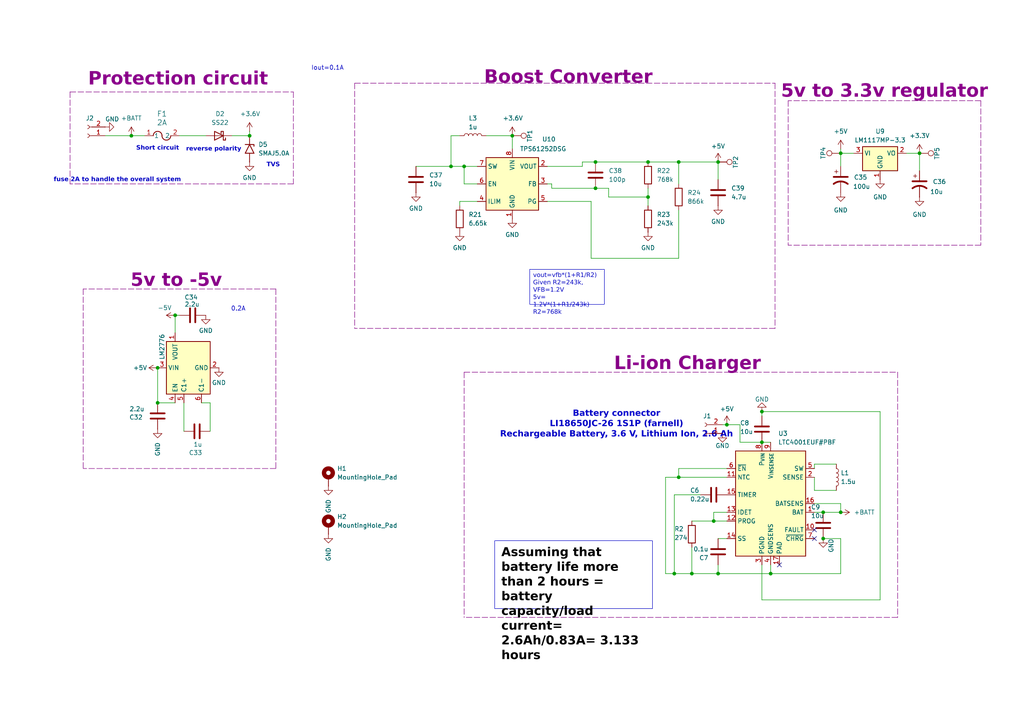
<source format=kicad_sch>
(kicad_sch
	(version 20231120)
	(generator "eeschema")
	(generator_version "8.0")
	(uuid "93647c07-a949-437f-8224-3129f681bd8b")
	(paper "A4")
	(lib_symbols
		(symbol "Battery_Management:LTC4001"
			(exclude_from_sim no)
			(in_bom yes)
			(on_board yes)
			(property "Reference" "U"
				(at -8.89 16.51 0)
				(effects
					(font
						(size 1.27 1.27)
					)
				)
			)
			(property "Value" "LTC4001"
				(at 6.35 16.51 0)
				(effects
					(font
						(size 1.27 1.27)
					)
				)
			)
			(property "Footprint" "Package_DFN_QFN:QFN-16-1EP_4x4mm_P0.65mm_EP2.15x2.15mm"
				(at 1.27 -19.05 0)
				(effects
					(font
						(size 1.27 1.27)
					)
					(hide yes)
				)
			)
			(property "Datasheet" "https://www.analog.com/media/en/technical-documentation/data-sheets/4001f.pdf"
				(at -8.89 16.51 0)
				(effects
					(font
						(size 1.27 1.27)
					)
					(hide yes)
				)
			)
			(property "Description" "Single cell (4.2V) programmable synchronous buck Li-Ion charger, 2A, 5.5V input, QFN-16"
				(at 0 0 0)
				(effects
					(font
						(size 1.27 1.27)
					)
					(hide yes)
				)
			)
			(property "ki_keywords" "Li-Ion charger"
				(at 0 0 0)
				(effects
					(font
						(size 1.27 1.27)
					)
					(hide yes)
				)
			)
			(property "ki_fp_filters" "QFN*1EP*4x4mm*P0.65mm*"
				(at 0 0 0)
				(effects
					(font
						(size 1.27 1.27)
					)
					(hide yes)
				)
			)
			(symbol "LTC4001_0_1"
				(rectangle
					(start -10.16 15.24)
					(end 10.16 -15.24)
					(stroke
						(width 0.254)
						(type default)
					)
					(fill
						(type background)
					)
				)
			)
			(symbol "LTC4001_1_1"
				(pin output line
					(at 12.7 -2.54 180)
					(length 2.54)
					(name "BAT"
						(effects
							(font
								(size 1.27 1.27)
							)
						)
					)
					(number "1"
						(effects
							(font
								(size 1.27 1.27)
							)
						)
					)
				)
				(pin output line
					(at 12.7 -7.62 180)
					(length 2.54)
					(name "FAULT"
						(effects
							(font
								(size 1.27 1.27)
							)
						)
					)
					(number "10"
						(effects
							(font
								(size 1.27 1.27)
							)
						)
					)
				)
				(pin input line
					(at -12.7 7.62 0)
					(length 2.54)
					(name "NTC"
						(effects
							(font
								(size 1.27 1.27)
							)
						)
					)
					(number "11"
						(effects
							(font
								(size 1.27 1.27)
							)
						)
					)
				)
				(pin input line
					(at -12.7 -5.08 0)
					(length 2.54)
					(name "PROG"
						(effects
							(font
								(size 1.27 1.27)
							)
						)
					)
					(number "12"
						(effects
							(font
								(size 1.27 1.27)
							)
						)
					)
				)
				(pin input line
					(at -12.7 -2.54 0)
					(length 2.54)
					(name "IDET"
						(effects
							(font
								(size 1.27 1.27)
							)
						)
					)
					(number "13"
						(effects
							(font
								(size 1.27 1.27)
							)
						)
					)
				)
				(pin input line
					(at -12.7 -10.16 0)
					(length 2.54)
					(name "SS"
						(effects
							(font
								(size 1.27 1.27)
							)
						)
					)
					(number "14"
						(effects
							(font
								(size 1.27 1.27)
							)
						)
					)
				)
				(pin input line
					(at -12.7 2.54 0)
					(length 2.54)
					(name "TIMER"
						(effects
							(font
								(size 1.27 1.27)
							)
						)
					)
					(number "15"
						(effects
							(font
								(size 1.27 1.27)
							)
						)
					)
				)
				(pin input line
					(at 12.7 0 180)
					(length 2.54)
					(name "BATSENS"
						(effects
							(font
								(size 1.27 1.27)
							)
						)
					)
					(number "16"
						(effects
							(font
								(size 1.27 1.27)
							)
						)
					)
				)
				(pin power_in line
					(at 2.54 -17.78 90)
					(length 2.54)
					(name "PAD"
						(effects
							(font
								(size 1.27 1.27)
							)
						)
					)
					(number "17"
						(effects
							(font
								(size 1.27 1.27)
							)
						)
					)
				)
				(pin input line
					(at 12.7 7.62 180)
					(length 2.54)
					(name "SENSE"
						(effects
							(font
								(size 1.27 1.27)
							)
						)
					)
					(number "2"
						(effects
							(font
								(size 1.27 1.27)
							)
						)
					)
				)
				(pin power_in line
					(at -2.54 -17.78 90)
					(length 2.54)
					(name "PGND"
						(effects
							(font
								(size 1.27 1.27)
							)
						)
					)
					(number "3"
						(effects
							(font
								(size 1.27 1.27)
							)
						)
					)
				)
				(pin power_in line
					(at 0 -17.78 90)
					(length 2.54)
					(name "GNDSENS"
						(effects
							(font
								(size 1.27 1.27)
							)
						)
					)
					(number "4"
						(effects
							(font
								(size 1.27 1.27)
							)
						)
					)
				)
				(pin output line
					(at 12.7 10.16 180)
					(length 2.54)
					(name "SW"
						(effects
							(font
								(size 1.27 1.27)
							)
						)
					)
					(number "5"
						(effects
							(font
								(size 1.27 1.27)
							)
						)
					)
				)
				(pin input line
					(at -12.7 10.16 0)
					(length 2.54)
					(name "~{EN}"
						(effects
							(font
								(size 1.27 1.27)
							)
						)
					)
					(number "6"
						(effects
							(font
								(size 1.27 1.27)
							)
						)
					)
				)
				(pin open_collector line
					(at 12.7 -10.16 180)
					(length 2.54)
					(name "~{CHRG}"
						(effects
							(font
								(size 1.27 1.27)
							)
						)
					)
					(number "7"
						(effects
							(font
								(size 1.27 1.27)
							)
						)
					)
				)
				(pin power_in line
					(at -2.54 17.78 270)
					(length 2.54)
					(name "P_{VIN}"
						(effects
							(font
								(size 1.27 1.27)
							)
						)
					)
					(number "8"
						(effects
							(font
								(size 1.27 1.27)
							)
						)
					)
				)
				(pin power_in line
					(at 0 17.78 270)
					(length 2.54)
					(name "V_{INSENSE}"
						(effects
							(font
								(size 1.27 1.27)
							)
						)
					)
					(number "9"
						(effects
							(font
								(size 1.27 1.27)
							)
						)
					)
				)
			)
		)
		(symbol "Connector:Conn_01x02_Socket"
			(pin_names
				(offset 1.016) hide)
			(exclude_from_sim no)
			(in_bom yes)
			(on_board yes)
			(property "Reference" "J"
				(at 0 2.54 0)
				(effects
					(font
						(size 1.27 1.27)
					)
				)
			)
			(property "Value" "Conn_01x02_Socket"
				(at 0 -5.08 0)
				(effects
					(font
						(size 1.27 1.27)
					)
				)
			)
			(property "Footprint" ""
				(at 0 0 0)
				(effects
					(font
						(size 1.27 1.27)
					)
					(hide yes)
				)
			)
			(property "Datasheet" "~"
				(at 0 0 0)
				(effects
					(font
						(size 1.27 1.27)
					)
					(hide yes)
				)
			)
			(property "Description" "Generic connector, single row, 01x02, script generated"
				(at 0 0 0)
				(effects
					(font
						(size 1.27 1.27)
					)
					(hide yes)
				)
			)
			(property "ki_locked" ""
				(at 0 0 0)
				(effects
					(font
						(size 1.27 1.27)
					)
				)
			)
			(property "ki_keywords" "connector"
				(at 0 0 0)
				(effects
					(font
						(size 1.27 1.27)
					)
					(hide yes)
				)
			)
			(property "ki_fp_filters" "Connector*:*_1x??_*"
				(at 0 0 0)
				(effects
					(font
						(size 1.27 1.27)
					)
					(hide yes)
				)
			)
			(symbol "Conn_01x02_Socket_1_1"
				(arc
					(start 0 -2.032)
					(mid -0.5058 -2.54)
					(end 0 -3.048)
					(stroke
						(width 0.1524)
						(type default)
					)
					(fill
						(type none)
					)
				)
				(polyline
					(pts
						(xy -1.27 -2.54) (xy -0.508 -2.54)
					)
					(stroke
						(width 0.1524)
						(type default)
					)
					(fill
						(type none)
					)
				)
				(polyline
					(pts
						(xy -1.27 0) (xy -0.508 0)
					)
					(stroke
						(width 0.1524)
						(type default)
					)
					(fill
						(type none)
					)
				)
				(arc
					(start 0 0.508)
					(mid -0.5058 0)
					(end 0 -0.508)
					(stroke
						(width 0.1524)
						(type default)
					)
					(fill
						(type none)
					)
				)
				(pin passive line
					(at -5.08 0 0)
					(length 3.81)
					(name "Pin_1"
						(effects
							(font
								(size 1.27 1.27)
							)
						)
					)
					(number "1"
						(effects
							(font
								(size 1.27 1.27)
							)
						)
					)
				)
				(pin passive line
					(at -5.08 -2.54 0)
					(length 3.81)
					(name "Pin_2"
						(effects
							(font
								(size 1.27 1.27)
							)
						)
					)
					(number "2"
						(effects
							(font
								(size 1.27 1.27)
							)
						)
					)
				)
			)
		)
		(symbol "Connector:TestPoint"
			(pin_numbers hide)
			(pin_names
				(offset 0.762) hide)
			(exclude_from_sim no)
			(in_bom yes)
			(on_board yes)
			(property "Reference" "TP"
				(at 0 6.858 0)
				(effects
					(font
						(size 1.27 1.27)
					)
				)
			)
			(property "Value" "TestPoint"
				(at 0 5.08 0)
				(effects
					(font
						(size 1.27 1.27)
					)
				)
			)
			(property "Footprint" ""
				(at 5.08 0 0)
				(effects
					(font
						(size 1.27 1.27)
					)
					(hide yes)
				)
			)
			(property "Datasheet" "~"
				(at 5.08 0 0)
				(effects
					(font
						(size 1.27 1.27)
					)
					(hide yes)
				)
			)
			(property "Description" "test point"
				(at 0 0 0)
				(effects
					(font
						(size 1.27 1.27)
					)
					(hide yes)
				)
			)
			(property "ki_keywords" "test point tp"
				(at 0 0 0)
				(effects
					(font
						(size 1.27 1.27)
					)
					(hide yes)
				)
			)
			(property "ki_fp_filters" "Pin* Test*"
				(at 0 0 0)
				(effects
					(font
						(size 1.27 1.27)
					)
					(hide yes)
				)
			)
			(symbol "TestPoint_0_1"
				(circle
					(center 0 3.302)
					(radius 0.762)
					(stroke
						(width 0)
						(type default)
					)
					(fill
						(type none)
					)
				)
			)
			(symbol "TestPoint_1_1"
				(pin passive line
					(at 0 0 90)
					(length 2.54)
					(name "1"
						(effects
							(font
								(size 1.27 1.27)
							)
						)
					)
					(number "1"
						(effects
							(font
								(size 1.27 1.27)
							)
						)
					)
				)
			)
		)
		(symbol "Device:C"
			(pin_numbers hide)
			(pin_names
				(offset 0.254)
			)
			(exclude_from_sim no)
			(in_bom yes)
			(on_board yes)
			(property "Reference" "C"
				(at 0.635 2.54 0)
				(effects
					(font
						(size 1.27 1.27)
					)
					(justify left)
				)
			)
			(property "Value" "C"
				(at 0.635 -2.54 0)
				(effects
					(font
						(size 1.27 1.27)
					)
					(justify left)
				)
			)
			(property "Footprint" ""
				(at 0.9652 -3.81 0)
				(effects
					(font
						(size 1.27 1.27)
					)
					(hide yes)
				)
			)
			(property "Datasheet" "~"
				(at 0 0 0)
				(effects
					(font
						(size 1.27 1.27)
					)
					(hide yes)
				)
			)
			(property "Description" "Unpolarized capacitor"
				(at 0 0 0)
				(effects
					(font
						(size 1.27 1.27)
					)
					(hide yes)
				)
			)
			(property "ki_keywords" "cap capacitor"
				(at 0 0 0)
				(effects
					(font
						(size 1.27 1.27)
					)
					(hide yes)
				)
			)
			(property "ki_fp_filters" "C_*"
				(at 0 0 0)
				(effects
					(font
						(size 1.27 1.27)
					)
					(hide yes)
				)
			)
			(symbol "C_0_1"
				(polyline
					(pts
						(xy -2.032 -0.762) (xy 2.032 -0.762)
					)
					(stroke
						(width 0.508)
						(type default)
					)
					(fill
						(type none)
					)
				)
				(polyline
					(pts
						(xy -2.032 0.762) (xy 2.032 0.762)
					)
					(stroke
						(width 0.508)
						(type default)
					)
					(fill
						(type none)
					)
				)
			)
			(symbol "C_1_1"
				(pin passive line
					(at 0 3.81 270)
					(length 2.794)
					(name "~"
						(effects
							(font
								(size 1.27 1.27)
							)
						)
					)
					(number "1"
						(effects
							(font
								(size 1.27 1.27)
							)
						)
					)
				)
				(pin passive line
					(at 0 -3.81 90)
					(length 2.794)
					(name "~"
						(effects
							(font
								(size 1.27 1.27)
							)
						)
					)
					(number "2"
						(effects
							(font
								(size 1.27 1.27)
							)
						)
					)
				)
			)
		)
		(symbol "Device:C_Polarized_US"
			(pin_numbers hide)
			(pin_names
				(offset 0.254) hide)
			(exclude_from_sim no)
			(in_bom yes)
			(on_board yes)
			(property "Reference" "C"
				(at 0.635 2.54 0)
				(effects
					(font
						(size 1.27 1.27)
					)
					(justify left)
				)
			)
			(property "Value" "C_Polarized_US"
				(at 0.635 -2.54 0)
				(effects
					(font
						(size 1.27 1.27)
					)
					(justify left)
				)
			)
			(property "Footprint" ""
				(at 0 0 0)
				(effects
					(font
						(size 1.27 1.27)
					)
					(hide yes)
				)
			)
			(property "Datasheet" "~"
				(at 0 0 0)
				(effects
					(font
						(size 1.27 1.27)
					)
					(hide yes)
				)
			)
			(property "Description" "Polarized capacitor, US symbol"
				(at 0 0 0)
				(effects
					(font
						(size 1.27 1.27)
					)
					(hide yes)
				)
			)
			(property "ki_keywords" "cap capacitor"
				(at 0 0 0)
				(effects
					(font
						(size 1.27 1.27)
					)
					(hide yes)
				)
			)
			(property "ki_fp_filters" "CP_*"
				(at 0 0 0)
				(effects
					(font
						(size 1.27 1.27)
					)
					(hide yes)
				)
			)
			(symbol "C_Polarized_US_0_1"
				(polyline
					(pts
						(xy -2.032 0.762) (xy 2.032 0.762)
					)
					(stroke
						(width 0.508)
						(type default)
					)
					(fill
						(type none)
					)
				)
				(polyline
					(pts
						(xy -1.778 2.286) (xy -0.762 2.286)
					)
					(stroke
						(width 0)
						(type default)
					)
					(fill
						(type none)
					)
				)
				(polyline
					(pts
						(xy -1.27 1.778) (xy -1.27 2.794)
					)
					(stroke
						(width 0)
						(type default)
					)
					(fill
						(type none)
					)
				)
				(arc
					(start 2.032 -1.27)
					(mid 0 -0.5572)
					(end -2.032 -1.27)
					(stroke
						(width 0.508)
						(type default)
					)
					(fill
						(type none)
					)
				)
			)
			(symbol "C_Polarized_US_1_1"
				(pin passive line
					(at 0 3.81 270)
					(length 2.794)
					(name "~"
						(effects
							(font
								(size 1.27 1.27)
							)
						)
					)
					(number "1"
						(effects
							(font
								(size 1.27 1.27)
							)
						)
					)
				)
				(pin passive line
					(at 0 -3.81 90)
					(length 3.302)
					(name "~"
						(effects
							(font
								(size 1.27 1.27)
							)
						)
					)
					(number "2"
						(effects
							(font
								(size 1.27 1.27)
							)
						)
					)
				)
			)
		)
		(symbol "Device:L"
			(pin_numbers hide)
			(pin_names
				(offset 1.016) hide)
			(exclude_from_sim no)
			(in_bom yes)
			(on_board yes)
			(property "Reference" "L"
				(at -1.27 0 90)
				(effects
					(font
						(size 1.27 1.27)
					)
				)
			)
			(property "Value" "L"
				(at 1.905 0 90)
				(effects
					(font
						(size 1.27 1.27)
					)
				)
			)
			(property "Footprint" ""
				(at 0 0 0)
				(effects
					(font
						(size 1.27 1.27)
					)
					(hide yes)
				)
			)
			(property "Datasheet" "~"
				(at 0 0 0)
				(effects
					(font
						(size 1.27 1.27)
					)
					(hide yes)
				)
			)
			(property "Description" "Inductor"
				(at 0 0 0)
				(effects
					(font
						(size 1.27 1.27)
					)
					(hide yes)
				)
			)
			(property "ki_keywords" "inductor choke coil reactor magnetic"
				(at 0 0 0)
				(effects
					(font
						(size 1.27 1.27)
					)
					(hide yes)
				)
			)
			(property "ki_fp_filters" "Choke_* *Coil* Inductor_* L_*"
				(at 0 0 0)
				(effects
					(font
						(size 1.27 1.27)
					)
					(hide yes)
				)
			)
			(symbol "L_0_1"
				(arc
					(start 0 -2.54)
					(mid 0.6323 -1.905)
					(end 0 -1.27)
					(stroke
						(width 0)
						(type default)
					)
					(fill
						(type none)
					)
				)
				(arc
					(start 0 -1.27)
					(mid 0.6323 -0.635)
					(end 0 0)
					(stroke
						(width 0)
						(type default)
					)
					(fill
						(type none)
					)
				)
				(arc
					(start 0 0)
					(mid 0.6323 0.635)
					(end 0 1.27)
					(stroke
						(width 0)
						(type default)
					)
					(fill
						(type none)
					)
				)
				(arc
					(start 0 1.27)
					(mid 0.6323 1.905)
					(end 0 2.54)
					(stroke
						(width 0)
						(type default)
					)
					(fill
						(type none)
					)
				)
			)
			(symbol "L_1_1"
				(pin passive line
					(at 0 3.81 270)
					(length 1.27)
					(name "1"
						(effects
							(font
								(size 1.27 1.27)
							)
						)
					)
					(number "1"
						(effects
							(font
								(size 1.27 1.27)
							)
						)
					)
				)
				(pin passive line
					(at 0 -3.81 90)
					(length 1.27)
					(name "2"
						(effects
							(font
								(size 1.27 1.27)
							)
						)
					)
					(number "2"
						(effects
							(font
								(size 1.27 1.27)
							)
						)
					)
				)
			)
		)
		(symbol "Device:R"
			(pin_numbers hide)
			(pin_names
				(offset 0)
			)
			(exclude_from_sim no)
			(in_bom yes)
			(on_board yes)
			(property "Reference" "R"
				(at 2.032 0 90)
				(effects
					(font
						(size 1.27 1.27)
					)
				)
			)
			(property "Value" "R"
				(at 0 0 90)
				(effects
					(font
						(size 1.27 1.27)
					)
				)
			)
			(property "Footprint" ""
				(at -1.778 0 90)
				(effects
					(font
						(size 1.27 1.27)
					)
					(hide yes)
				)
			)
			(property "Datasheet" "~"
				(at 0 0 0)
				(effects
					(font
						(size 1.27 1.27)
					)
					(hide yes)
				)
			)
			(property "Description" "Resistor"
				(at 0 0 0)
				(effects
					(font
						(size 1.27 1.27)
					)
					(hide yes)
				)
			)
			(property "ki_keywords" "R res resistor"
				(at 0 0 0)
				(effects
					(font
						(size 1.27 1.27)
					)
					(hide yes)
				)
			)
			(property "ki_fp_filters" "R_*"
				(at 0 0 0)
				(effects
					(font
						(size 1.27 1.27)
					)
					(hide yes)
				)
			)
			(symbol "R_0_1"
				(rectangle
					(start -1.016 -2.54)
					(end 1.016 2.54)
					(stroke
						(width 0.254)
						(type default)
					)
					(fill
						(type none)
					)
				)
			)
			(symbol "R_1_1"
				(pin passive line
					(at 0 3.81 270)
					(length 1.27)
					(name "~"
						(effects
							(font
								(size 1.27 1.27)
							)
						)
					)
					(number "1"
						(effects
							(font
								(size 1.27 1.27)
							)
						)
					)
				)
				(pin passive line
					(at 0 -3.81 90)
					(length 1.27)
					(name "~"
						(effects
							(font
								(size 1.27 1.27)
							)
						)
					)
					(number "2"
						(effects
							(font
								(size 1.27 1.27)
							)
						)
					)
				)
			)
		)
		(symbol "Diode:SMAJ5.0A"
			(pin_numbers hide)
			(pin_names
				(offset 1.016) hide)
			(exclude_from_sim no)
			(in_bom yes)
			(on_board yes)
			(property "Reference" "D"
				(at 0 2.54 0)
				(effects
					(font
						(size 1.27 1.27)
					)
				)
			)
			(property "Value" "SMAJ5.0A"
				(at 0 -2.54 0)
				(effects
					(font
						(size 1.27 1.27)
					)
				)
			)
			(property "Footprint" "Diode_SMD:D_SMA"
				(at 0 -5.08 0)
				(effects
					(font
						(size 1.27 1.27)
					)
					(hide yes)
				)
			)
			(property "Datasheet" "https://www.littelfuse.com/media?resourcetype=datasheets&itemid=75e32973-b177-4ee3-a0ff-cedaf1abdb93&filename=smaj-datasheet"
				(at -1.27 0 0)
				(effects
					(font
						(size 1.27 1.27)
					)
					(hide yes)
				)
			)
			(property "Description" "400W unidirectional Transient Voltage Suppressor, 5.0Vr, SMA(DO-214AC)"
				(at 0 0 0)
				(effects
					(font
						(size 1.27 1.27)
					)
					(hide yes)
				)
			)
			(property "ki_keywords" "unidirectional diode TVS voltage suppressor"
				(at 0 0 0)
				(effects
					(font
						(size 1.27 1.27)
					)
					(hide yes)
				)
			)
			(property "ki_fp_filters" "D*SMA*"
				(at 0 0 0)
				(effects
					(font
						(size 1.27 1.27)
					)
					(hide yes)
				)
			)
			(symbol "SMAJ5.0A_0_1"
				(polyline
					(pts
						(xy -0.762 1.27) (xy -1.27 1.27) (xy -1.27 -1.27)
					)
					(stroke
						(width 0.254)
						(type default)
					)
					(fill
						(type none)
					)
				)
				(polyline
					(pts
						(xy 1.27 1.27) (xy 1.27 -1.27) (xy -1.27 0) (xy 1.27 1.27)
					)
					(stroke
						(width 0.254)
						(type default)
					)
					(fill
						(type none)
					)
				)
			)
			(symbol "SMAJ5.0A_1_1"
				(pin passive line
					(at -3.81 0 0)
					(length 2.54)
					(name "A1"
						(effects
							(font
								(size 1.27 1.27)
							)
						)
					)
					(number "1"
						(effects
							(font
								(size 1.27 1.27)
							)
						)
					)
				)
				(pin passive line
					(at 3.81 0 180)
					(length 2.54)
					(name "A2"
						(effects
							(font
								(size 1.27 1.27)
							)
						)
					)
					(number "2"
						(effects
							(font
								(size 1.27 1.27)
							)
						)
					)
				)
			)
		)
		(symbol "Diode:SS22"
			(pin_numbers hide)
			(pin_names
				(offset 1.016) hide)
			(exclude_from_sim no)
			(in_bom yes)
			(on_board yes)
			(property "Reference" "D"
				(at 0 2.54 0)
				(effects
					(font
						(size 1.27 1.27)
					)
				)
			)
			(property "Value" "SS22"
				(at 0 -2.54 0)
				(effects
					(font
						(size 1.27 1.27)
					)
				)
			)
			(property "Footprint" "Diode_SMD:D_SMA"
				(at 0 -4.445 0)
				(effects
					(font
						(size 1.27 1.27)
					)
					(hide yes)
				)
			)
			(property "Datasheet" "https://www.vishay.com/docs/88748/ss22.pdf"
				(at 0 0 0)
				(effects
					(font
						(size 1.27 1.27)
					)
					(hide yes)
				)
			)
			(property "Description" "20V 2A Schottky Diode, SMA"
				(at 0 0 0)
				(effects
					(font
						(size 1.27 1.27)
					)
					(hide yes)
				)
			)
			(property "ki_keywords" "diode Schottky"
				(at 0 0 0)
				(effects
					(font
						(size 1.27 1.27)
					)
					(hide yes)
				)
			)
			(property "ki_fp_filters" "D*SMA*"
				(at 0 0 0)
				(effects
					(font
						(size 1.27 1.27)
					)
					(hide yes)
				)
			)
			(symbol "SS22_0_1"
				(polyline
					(pts
						(xy 1.27 0) (xy -1.27 0)
					)
					(stroke
						(width 0)
						(type default)
					)
					(fill
						(type none)
					)
				)
				(polyline
					(pts
						(xy 1.27 1.27) (xy 1.27 -1.27) (xy -1.27 0) (xy 1.27 1.27)
					)
					(stroke
						(width 0.254)
						(type default)
					)
					(fill
						(type none)
					)
				)
				(polyline
					(pts
						(xy -1.905 0.635) (xy -1.905 1.27) (xy -1.27 1.27) (xy -1.27 -1.27) (xy -0.635 -1.27) (xy -0.635 -0.635)
					)
					(stroke
						(width 0.254)
						(type default)
					)
					(fill
						(type none)
					)
				)
			)
			(symbol "SS22_1_1"
				(pin passive line
					(at -3.81 0 0)
					(length 2.54)
					(name "K"
						(effects
							(font
								(size 1.27 1.27)
							)
						)
					)
					(number "1"
						(effects
							(font
								(size 1.27 1.27)
							)
						)
					)
				)
				(pin passive line
					(at 3.81 0 180)
					(length 2.54)
					(name "A"
						(effects
							(font
								(size 1.27 1.27)
							)
						)
					)
					(number "2"
						(effects
							(font
								(size 1.27 1.27)
							)
						)
					)
				)
			)
		)
		(symbol "Mechanical:MountingHole_Pad"
			(pin_numbers hide)
			(pin_names
				(offset 1.016) hide)
			(exclude_from_sim yes)
			(in_bom no)
			(on_board yes)
			(property "Reference" "H"
				(at 0 6.35 0)
				(effects
					(font
						(size 1.27 1.27)
					)
				)
			)
			(property "Value" "MountingHole_Pad"
				(at 0 4.445 0)
				(effects
					(font
						(size 1.27 1.27)
					)
				)
			)
			(property "Footprint" ""
				(at 0 0 0)
				(effects
					(font
						(size 1.27 1.27)
					)
					(hide yes)
				)
			)
			(property "Datasheet" "~"
				(at 0 0 0)
				(effects
					(font
						(size 1.27 1.27)
					)
					(hide yes)
				)
			)
			(property "Description" "Mounting Hole with connection"
				(at 0 0 0)
				(effects
					(font
						(size 1.27 1.27)
					)
					(hide yes)
				)
			)
			(property "ki_keywords" "mounting hole"
				(at 0 0 0)
				(effects
					(font
						(size 1.27 1.27)
					)
					(hide yes)
				)
			)
			(property "ki_fp_filters" "MountingHole*Pad*"
				(at 0 0 0)
				(effects
					(font
						(size 1.27 1.27)
					)
					(hide yes)
				)
			)
			(symbol "MountingHole_Pad_0_1"
				(circle
					(center 0 1.27)
					(radius 1.27)
					(stroke
						(width 1.27)
						(type default)
					)
					(fill
						(type none)
					)
				)
			)
			(symbol "MountingHole_Pad_1_1"
				(pin input line
					(at 0 -2.54 90)
					(length 2.54)
					(name "1"
						(effects
							(font
								(size 1.27 1.27)
							)
						)
					)
					(number "1"
						(effects
							(font
								(size 1.27 1.27)
							)
						)
					)
				)
			)
		)
		(symbol "RST 100-BULK:RST_100-BULK"
			(pin_names
				(offset 0.254)
			)
			(exclude_from_sim no)
			(in_bom yes)
			(on_board yes)
			(property "Reference" "F"
				(at 5.08 3.175 0)
				(effects
					(font
						(size 1.524 1.524)
					)
				)
			)
			(property "Value" "RST 100-BULK"
				(at 5.08 -3.175 0)
				(effects
					(font
						(size 1.524 1.524)
					)
				)
			)
			(property "Footprint" "RST_BEL"
				(at 0 0 0)
				(effects
					(font
						(size 1.27 1.27)
						(italic yes)
					)
					(hide yes)
				)
			)
			(property "Datasheet" "RST 100-BULK"
				(at 0 0 0)
				(effects
					(font
						(size 1.27 1.27)
						(italic yes)
					)
					(hide yes)
				)
			)
			(property "Description" ""
				(at 0 0 0)
				(effects
					(font
						(size 1.27 1.27)
					)
					(hide yes)
				)
			)
			(property "ki_locked" ""
				(at 0 0 0)
				(effects
					(font
						(size 1.27 1.27)
					)
				)
			)
			(property "ki_keywords" "RST 100-BULK"
				(at 0 0 0)
				(effects
					(font
						(size 1.27 1.27)
					)
					(hide yes)
				)
			)
			(property "ki_fp_filters" "RST_BEL"
				(at 0 0 0)
				(effects
					(font
						(size 1.27 1.27)
					)
					(hide yes)
				)
			)
			(symbol "RST_100-BULK_1_1"
				(arc
					(start 5.08 0)
					(mid 3.81 1.2645)
					(end 2.54 0)
					(stroke
						(width 0.254)
						(type default)
					)
					(fill
						(type none)
					)
				)
				(arc
					(start 5.08 0)
					(mid 6.35 -1.2645)
					(end 7.62 0)
					(stroke
						(width 0.254)
						(type default)
					)
					(fill
						(type none)
					)
				)
				(pin unspecified line
					(at 0 0 0)
					(length 2.54)
					(name "1"
						(effects
							(font
								(size 1.27 1.27)
							)
						)
					)
					(number "1"
						(effects
							(font
								(size 1.27 1.27)
							)
						)
					)
				)
				(pin unspecified line
					(at 10.16 0 180)
					(length 2.54)
					(name "2"
						(effects
							(font
								(size 1.27 1.27)
							)
						)
					)
					(number "2"
						(effects
							(font
								(size 1.27 1.27)
							)
						)
					)
				)
			)
			(symbol "RST_100-BULK_1_2"
				(arc
					(start 0 5.08)
					(mid -1.2645 3.81)
					(end 0 2.54)
					(stroke
						(width 0.254)
						(type default)
					)
					(fill
						(type none)
					)
				)
				(arc
					(start 0 5.08)
					(mid 1.2645 6.35)
					(end 0 7.62)
					(stroke
						(width 0.254)
						(type default)
					)
					(fill
						(type none)
					)
				)
				(pin unspecified line
					(at 0 0 90)
					(length 2.54)
					(name "1"
						(effects
							(font
								(size 1.27 1.27)
							)
						)
					)
					(number "1"
						(effects
							(font
								(size 1.27 1.27)
							)
						)
					)
				)
				(pin unspecified line
					(at 0 10.16 270)
					(length 2.54)
					(name "2"
						(effects
							(font
								(size 1.27 1.27)
							)
						)
					)
					(number "2"
						(effects
							(font
								(size 1.27 1.27)
							)
						)
					)
				)
			)
		)
		(symbol "Regulator_Linear:LM1117MP-3.3"
			(exclude_from_sim no)
			(in_bom yes)
			(on_board yes)
			(property "Reference" "U"
				(at -3.81 3.175 0)
				(effects
					(font
						(size 1.27 1.27)
					)
				)
			)
			(property "Value" "LM1117MP-3.3"
				(at 0 3.175 0)
				(effects
					(font
						(size 1.27 1.27)
					)
					(justify left)
				)
			)
			(property "Footprint" "Package_TO_SOT_SMD:SOT-223-3_TabPin2"
				(at 0 0 0)
				(effects
					(font
						(size 1.27 1.27)
					)
					(hide yes)
				)
			)
			(property "Datasheet" "http://www.ti.com/lit/ds/symlink/lm1117.pdf"
				(at 0 0 0)
				(effects
					(font
						(size 1.27 1.27)
					)
					(hide yes)
				)
			)
			(property "Description" "800mA Low-Dropout Linear Regulator, 3.3V fixed output, SOT-223"
				(at 0 0 0)
				(effects
					(font
						(size 1.27 1.27)
					)
					(hide yes)
				)
			)
			(property "ki_keywords" "linear regulator ldo fixed positive"
				(at 0 0 0)
				(effects
					(font
						(size 1.27 1.27)
					)
					(hide yes)
				)
			)
			(property "ki_fp_filters" "SOT?223*"
				(at 0 0 0)
				(effects
					(font
						(size 1.27 1.27)
					)
					(hide yes)
				)
			)
			(symbol "LM1117MP-3.3_0_1"
				(rectangle
					(start -5.08 -5.08)
					(end 5.08 1.905)
					(stroke
						(width 0.254)
						(type default)
					)
					(fill
						(type background)
					)
				)
			)
			(symbol "LM1117MP-3.3_1_1"
				(pin power_in line
					(at 0 -7.62 90)
					(length 2.54)
					(name "GND"
						(effects
							(font
								(size 1.27 1.27)
							)
						)
					)
					(number "1"
						(effects
							(font
								(size 1.27 1.27)
							)
						)
					)
				)
				(pin power_out line
					(at 7.62 0 180)
					(length 2.54)
					(name "VO"
						(effects
							(font
								(size 1.27 1.27)
							)
						)
					)
					(number "2"
						(effects
							(font
								(size 1.27 1.27)
							)
						)
					)
				)
				(pin power_in line
					(at -7.62 0 0)
					(length 2.54)
					(name "VI"
						(effects
							(font
								(size 1.27 1.27)
							)
						)
					)
					(number "3"
						(effects
							(font
								(size 1.27 1.27)
							)
						)
					)
				)
			)
		)
		(symbol "Regulator_SwitchedCapacitor:LM2776"
			(exclude_from_sim no)
			(in_bom yes)
			(on_board yes)
			(property "Reference" "U"
				(at -6.35 6.35 0)
				(effects
					(font
						(size 1.27 1.27)
					)
				)
			)
			(property "Value" "LM2776"
				(at 1.27 6.35 0)
				(effects
					(font
						(size 1.27 1.27)
					)
					(justify left)
				)
			)
			(property "Footprint" "Package_TO_SOT_SMD:SOT-23-6"
				(at 1.27 -8.89 0)
				(effects
					(font
						(size 1.27 1.27)
					)
					(justify left)
					(hide yes)
				)
			)
			(property "Datasheet" "http://www.ti.com/lit/ds/symlink/lm2776.pdf"
				(at -46.99 31.75 0)
				(effects
					(font
						(size 1.27 1.27)
					)
					(hide yes)
				)
			)
			(property "Description" "Switched capacitor inverter, inverts positive voltage +2.7 to +5.5V to negative, 200mA, SOT-23-6"
				(at 0 0 0)
				(effects
					(font
						(size 1.27 1.27)
					)
					(hide yes)
				)
			)
			(property "ki_keywords" "Switched capacitor inverter"
				(at 0 0 0)
				(effects
					(font
						(size 1.27 1.27)
					)
					(hide yes)
				)
			)
			(property "ki_fp_filters" "SOT?23*"
				(at 0 0 0)
				(effects
					(font
						(size 1.27 1.27)
					)
					(hide yes)
				)
			)
			(symbol "LM2776_0_1"
				(rectangle
					(start -7.62 5.08)
					(end 7.62 -7.62)
					(stroke
						(width 0.254)
						(type default)
					)
					(fill
						(type background)
					)
				)
			)
			(symbol "LM2776_1_1"
				(pin power_out line
					(at 10.16 2.54 180)
					(length 2.54)
					(name "VOUT"
						(effects
							(font
								(size 1.27 1.27)
							)
						)
					)
					(number "1"
						(effects
							(font
								(size 1.27 1.27)
							)
						)
					)
				)
				(pin power_in line
					(at 0 -10.16 90)
					(length 2.54)
					(name "GND"
						(effects
							(font
								(size 1.27 1.27)
							)
						)
					)
					(number "2"
						(effects
							(font
								(size 1.27 1.27)
							)
						)
					)
				)
				(pin power_in line
					(at 0 7.62 270)
					(length 2.54)
					(name "VIN"
						(effects
							(font
								(size 1.27 1.27)
							)
						)
					)
					(number "3"
						(effects
							(font
								(size 1.27 1.27)
							)
						)
					)
				)
				(pin input line
					(at -10.16 2.54 0)
					(length 2.54)
					(name "EN"
						(effects
							(font
								(size 1.27 1.27)
							)
						)
					)
					(number "4"
						(effects
							(font
								(size 1.27 1.27)
							)
						)
					)
				)
				(pin passive line
					(at -10.16 0 0)
					(length 2.54)
					(name "C1+"
						(effects
							(font
								(size 1.27 1.27)
							)
						)
					)
					(number "5"
						(effects
							(font
								(size 1.27 1.27)
							)
						)
					)
				)
				(pin passive line
					(at -10.16 -5.08 0)
					(length 2.54)
					(name "C1-"
						(effects
							(font
								(size 1.27 1.27)
							)
						)
					)
					(number "6"
						(effects
							(font
								(size 1.27 1.27)
							)
						)
					)
				)
			)
		)
		(symbol "Regulator_Switching:TPS61252DSG"
			(exclude_from_sim no)
			(in_bom yes)
			(on_board yes)
			(property "Reference" "U"
				(at -7.62 10.16 0)
				(effects
					(font
						(size 1.27 1.27)
					)
				)
			)
			(property "Value" "TPS61252DSG"
				(at 10.16 10.16 0)
				(effects
					(font
						(size 1.27 1.27)
					)
				)
			)
			(property "Footprint" "Package_SON:WSON-8-1EP_2x2mm_P0.5mm_EP0.9x1.6mm"
				(at 1.27 -22.86 0)
				(effects
					(font
						(size 1.27 1.27)
					)
					(hide yes)
				)
			)
			(property "Datasheet" "http://www.ti.com/lit/ds/symlink/tps61252.pdf"
				(at 0 0 0)
				(effects
					(font
						(size 1.27 1.27)
					)
					(hide yes)
				)
			)
			(property "Description" "Tiny 1.5-A Boost Converter With Adjustable Input Current Limit, 2.3-6.0V Vin, 3.0-6.5V Vout, WSON-8"
				(at 0 0 0)
				(effects
					(font
						(size 1.27 1.27)
					)
					(hide yes)
				)
			)
			(property "ki_keywords" "boost converter switching"
				(at 0 0 0)
				(effects
					(font
						(size 1.27 1.27)
					)
					(hide yes)
				)
			)
			(property "ki_fp_filters" "WSON*1EP*2x2mm*P0.5mm*"
				(at 0 0 0)
				(effects
					(font
						(size 1.27 1.27)
					)
					(hide yes)
				)
			)
			(symbol "TPS61252DSG_1_1"
				(rectangle
					(start -7.62 7.62)
					(end 7.62 -7.62)
					(stroke
						(width 0.254)
						(type default)
					)
					(fill
						(type background)
					)
				)
				(pin power_in line
					(at 0 -10.16 90)
					(length 2.54)
					(name "GND"
						(effects
							(font
								(size 1.27 1.27)
							)
						)
					)
					(number "1"
						(effects
							(font
								(size 1.27 1.27)
							)
						)
					)
				)
				(pin power_out line
					(at 10.16 5.08 180)
					(length 2.54)
					(name "VOUT"
						(effects
							(font
								(size 1.27 1.27)
							)
						)
					)
					(number "2"
						(effects
							(font
								(size 1.27 1.27)
							)
						)
					)
				)
				(pin input line
					(at 10.16 0 180)
					(length 2.54)
					(name "FB"
						(effects
							(font
								(size 1.27 1.27)
							)
						)
					)
					(number "3"
						(effects
							(font
								(size 1.27 1.27)
							)
						)
					)
				)
				(pin input line
					(at -10.16 -5.08 0)
					(length 2.54)
					(name "ILIM"
						(effects
							(font
								(size 1.27 1.27)
							)
						)
					)
					(number "4"
						(effects
							(font
								(size 1.27 1.27)
							)
						)
					)
				)
				(pin open_collector line
					(at 10.16 -5.08 180)
					(length 2.54)
					(name "PG"
						(effects
							(font
								(size 1.27 1.27)
							)
						)
					)
					(number "5"
						(effects
							(font
								(size 1.27 1.27)
							)
						)
					)
				)
				(pin input line
					(at -10.16 0 0)
					(length 2.54)
					(name "EN"
						(effects
							(font
								(size 1.27 1.27)
							)
						)
					)
					(number "6"
						(effects
							(font
								(size 1.27 1.27)
							)
						)
					)
				)
				(pin passive line
					(at -10.16 5.08 0)
					(length 2.54)
					(name "SW"
						(effects
							(font
								(size 1.27 1.27)
							)
						)
					)
					(number "7"
						(effects
							(font
								(size 1.27 1.27)
							)
						)
					)
				)
				(pin power_in line
					(at 0 10.16 270)
					(length 2.54)
					(name "VIN"
						(effects
							(font
								(size 1.27 1.27)
							)
						)
					)
					(number "8"
						(effects
							(font
								(size 1.27 1.27)
							)
						)
					)
				)
				(pin passive line
					(at 0 -10.16 90)
					(length 2.54) hide
					(name "GND"
						(effects
							(font
								(size 1.27 1.27)
							)
						)
					)
					(number "9"
						(effects
							(font
								(size 1.27 1.27)
							)
						)
					)
				)
			)
		)
		(symbol "power:+12V"
			(power)
			(pin_numbers hide)
			(pin_names
				(offset 0) hide)
			(exclude_from_sim no)
			(in_bom yes)
			(on_board yes)
			(property "Reference" "#PWR"
				(at 0 -3.81 0)
				(effects
					(font
						(size 1.27 1.27)
					)
					(hide yes)
				)
			)
			(property "Value" "+12V"
				(at 0 3.556 0)
				(effects
					(font
						(size 1.27 1.27)
					)
				)
			)
			(property "Footprint" ""
				(at 0 0 0)
				(effects
					(font
						(size 1.27 1.27)
					)
					(hide yes)
				)
			)
			(property "Datasheet" ""
				(at 0 0 0)
				(effects
					(font
						(size 1.27 1.27)
					)
					(hide yes)
				)
			)
			(property "Description" "Power symbol creates a global label with name \"+12V\""
				(at 0 0 0)
				(effects
					(font
						(size 1.27 1.27)
					)
					(hide yes)
				)
			)
			(property "ki_keywords" "global power"
				(at 0 0 0)
				(effects
					(font
						(size 1.27 1.27)
					)
					(hide yes)
				)
			)
			(symbol "+12V_0_1"
				(polyline
					(pts
						(xy -0.762 1.27) (xy 0 2.54)
					)
					(stroke
						(width 0)
						(type default)
					)
					(fill
						(type none)
					)
				)
				(polyline
					(pts
						(xy 0 0) (xy 0 2.54)
					)
					(stroke
						(width 0)
						(type default)
					)
					(fill
						(type none)
					)
				)
				(polyline
					(pts
						(xy 0 2.54) (xy 0.762 1.27)
					)
					(stroke
						(width 0)
						(type default)
					)
					(fill
						(type none)
					)
				)
			)
			(symbol "+12V_1_1"
				(pin power_in line
					(at 0 0 90)
					(length 0)
					(name "~"
						(effects
							(font
								(size 1.27 1.27)
							)
						)
					)
					(number "1"
						(effects
							(font
								(size 1.27 1.27)
							)
						)
					)
				)
			)
		)
		(symbol "power:+3.3V"
			(power)
			(pin_numbers hide)
			(pin_names
				(offset 0) hide)
			(exclude_from_sim no)
			(in_bom yes)
			(on_board yes)
			(property "Reference" "#PWR"
				(at 0 -3.81 0)
				(effects
					(font
						(size 1.27 1.27)
					)
					(hide yes)
				)
			)
			(property "Value" "+3.3V"
				(at 0 3.556 0)
				(effects
					(font
						(size 1.27 1.27)
					)
				)
			)
			(property "Footprint" ""
				(at 0 0 0)
				(effects
					(font
						(size 1.27 1.27)
					)
					(hide yes)
				)
			)
			(property "Datasheet" ""
				(at 0 0 0)
				(effects
					(font
						(size 1.27 1.27)
					)
					(hide yes)
				)
			)
			(property "Description" "Power symbol creates a global label with name \"+3.3V\""
				(at 0 0 0)
				(effects
					(font
						(size 1.27 1.27)
					)
					(hide yes)
				)
			)
			(property "ki_keywords" "global power"
				(at 0 0 0)
				(effects
					(font
						(size 1.27 1.27)
					)
					(hide yes)
				)
			)
			(symbol "+3.3V_0_1"
				(polyline
					(pts
						(xy -0.762 1.27) (xy 0 2.54)
					)
					(stroke
						(width 0)
						(type default)
					)
					(fill
						(type none)
					)
				)
				(polyline
					(pts
						(xy 0 0) (xy 0 2.54)
					)
					(stroke
						(width 0)
						(type default)
					)
					(fill
						(type none)
					)
				)
				(polyline
					(pts
						(xy 0 2.54) (xy 0.762 1.27)
					)
					(stroke
						(width 0)
						(type default)
					)
					(fill
						(type none)
					)
				)
			)
			(symbol "+3.3V_1_1"
				(pin power_in line
					(at 0 0 90)
					(length 0)
					(name "~"
						(effects
							(font
								(size 1.27 1.27)
							)
						)
					)
					(number "1"
						(effects
							(font
								(size 1.27 1.27)
							)
						)
					)
				)
			)
		)
		(symbol "power:+5V"
			(power)
			(pin_numbers hide)
			(pin_names
				(offset 0) hide)
			(exclude_from_sim no)
			(in_bom yes)
			(on_board yes)
			(property "Reference" "#PWR"
				(at 0 -3.81 0)
				(effects
					(font
						(size 1.27 1.27)
					)
					(hide yes)
				)
			)
			(property "Value" "+5V"
				(at 0 3.556 0)
				(effects
					(font
						(size 1.27 1.27)
					)
				)
			)
			(property "Footprint" ""
				(at 0 0 0)
				(effects
					(font
						(size 1.27 1.27)
					)
					(hide yes)
				)
			)
			(property "Datasheet" ""
				(at 0 0 0)
				(effects
					(font
						(size 1.27 1.27)
					)
					(hide yes)
				)
			)
			(property "Description" "Power symbol creates a global label with name \"+5V\""
				(at 0 0 0)
				(effects
					(font
						(size 1.27 1.27)
					)
					(hide yes)
				)
			)
			(property "ki_keywords" "global power"
				(at 0 0 0)
				(effects
					(font
						(size 1.27 1.27)
					)
					(hide yes)
				)
			)
			(symbol "+5V_0_1"
				(polyline
					(pts
						(xy -0.762 1.27) (xy 0 2.54)
					)
					(stroke
						(width 0)
						(type default)
					)
					(fill
						(type none)
					)
				)
				(polyline
					(pts
						(xy 0 0) (xy 0 2.54)
					)
					(stroke
						(width 0)
						(type default)
					)
					(fill
						(type none)
					)
				)
				(polyline
					(pts
						(xy 0 2.54) (xy 0.762 1.27)
					)
					(stroke
						(width 0)
						(type default)
					)
					(fill
						(type none)
					)
				)
			)
			(symbol "+5V_1_1"
				(pin power_in line
					(at 0 0 90)
					(length 0)
					(name "~"
						(effects
							(font
								(size 1.27 1.27)
							)
						)
					)
					(number "1"
						(effects
							(font
								(size 1.27 1.27)
							)
						)
					)
				)
			)
		)
		(symbol "power:+BATT"
			(power)
			(pin_numbers hide)
			(pin_names
				(offset 0) hide)
			(exclude_from_sim no)
			(in_bom yes)
			(on_board yes)
			(property "Reference" "#PWR"
				(at 0 -3.81 0)
				(effects
					(font
						(size 1.27 1.27)
					)
					(hide yes)
				)
			)
			(property "Value" "+BATT"
				(at 0 3.556 0)
				(effects
					(font
						(size 1.27 1.27)
					)
				)
			)
			(property "Footprint" ""
				(at 0 0 0)
				(effects
					(font
						(size 1.27 1.27)
					)
					(hide yes)
				)
			)
			(property "Datasheet" ""
				(at 0 0 0)
				(effects
					(font
						(size 1.27 1.27)
					)
					(hide yes)
				)
			)
			(property "Description" "Power symbol creates a global label with name \"+BATT\""
				(at 0 0 0)
				(effects
					(font
						(size 1.27 1.27)
					)
					(hide yes)
				)
			)
			(property "ki_keywords" "global power battery"
				(at 0 0 0)
				(effects
					(font
						(size 1.27 1.27)
					)
					(hide yes)
				)
			)
			(symbol "+BATT_0_1"
				(polyline
					(pts
						(xy -0.762 1.27) (xy 0 2.54)
					)
					(stroke
						(width 0)
						(type default)
					)
					(fill
						(type none)
					)
				)
				(polyline
					(pts
						(xy 0 0) (xy 0 2.54)
					)
					(stroke
						(width 0)
						(type default)
					)
					(fill
						(type none)
					)
				)
				(polyline
					(pts
						(xy 0 2.54) (xy 0.762 1.27)
					)
					(stroke
						(width 0)
						(type default)
					)
					(fill
						(type none)
					)
				)
			)
			(symbol "+BATT_1_1"
				(pin power_in line
					(at 0 0 90)
					(length 0)
					(name "~"
						(effects
							(font
								(size 1.27 1.27)
							)
						)
					)
					(number "1"
						(effects
							(font
								(size 1.27 1.27)
							)
						)
					)
				)
			)
		)
		(symbol "power:GND"
			(power)
			(pin_numbers hide)
			(pin_names
				(offset 0) hide)
			(exclude_from_sim no)
			(in_bom yes)
			(on_board yes)
			(property "Reference" "#PWR"
				(at 0 -6.35 0)
				(effects
					(font
						(size 1.27 1.27)
					)
					(hide yes)
				)
			)
			(property "Value" "GND"
				(at 0 -3.81 0)
				(effects
					(font
						(size 1.27 1.27)
					)
				)
			)
			(property "Footprint" ""
				(at 0 0 0)
				(effects
					(font
						(size 1.27 1.27)
					)
					(hide yes)
				)
			)
			(property "Datasheet" ""
				(at 0 0 0)
				(effects
					(font
						(size 1.27 1.27)
					)
					(hide yes)
				)
			)
			(property "Description" "Power symbol creates a global label with name \"GND\" , ground"
				(at 0 0 0)
				(effects
					(font
						(size 1.27 1.27)
					)
					(hide yes)
				)
			)
			(property "ki_keywords" "global power"
				(at 0 0 0)
				(effects
					(font
						(size 1.27 1.27)
					)
					(hide yes)
				)
			)
			(symbol "GND_0_1"
				(polyline
					(pts
						(xy 0 0) (xy 0 -1.27) (xy 1.27 -1.27) (xy 0 -2.54) (xy -1.27 -1.27) (xy 0 -1.27)
					)
					(stroke
						(width 0)
						(type default)
					)
					(fill
						(type none)
					)
				)
			)
			(symbol "GND_1_1"
				(pin power_in line
					(at 0 0 270)
					(length 0)
					(name "~"
						(effects
							(font
								(size 1.27 1.27)
							)
						)
					)
					(number "1"
						(effects
							(font
								(size 1.27 1.27)
							)
						)
					)
				)
			)
		)
	)
	(junction
		(at 187.96 57.15)
		(diameter 0)
		(color 0 0 0 0)
		(uuid "0371bd9a-8b25-4aed-bc54-64d81a483c8b")
	)
	(junction
		(at 207.01 151.13)
		(diameter 0)
		(color 0 0 0 0)
		(uuid "0e48bd5a-ff4c-4563-bfef-907517bb3801")
	)
	(junction
		(at 238.76 148.59)
		(diameter 0)
		(color 0 0 0 0)
		(uuid "14024317-f061-49dd-87f2-9cc4855f253f")
	)
	(junction
		(at 38.1 39.37)
		(diameter 0)
		(color 0 0 0 0)
		(uuid "1c355b05-1ff0-4771-be4a-40d718f3222d")
	)
	(junction
		(at 223.52 166.37)
		(diameter 0)
		(color 0 0 0 0)
		(uuid "1d48cbb8-8727-4874-bf06-d999d620f6d7")
	)
	(junction
		(at 243.84 44.45)
		(diameter 0)
		(color 0 0 0 0)
		(uuid "244cd4fe-03e2-4074-b853-ca731eedc650")
	)
	(junction
		(at 208.28 46.99)
		(diameter 0)
		(color 0 0 0 0)
		(uuid "2479e11e-884b-45c1-9e42-461d7cf0794e")
	)
	(junction
		(at 187.96 46.99)
		(diameter 0)
		(color 0 0 0 0)
		(uuid "48101a9a-ccc3-464c-926b-d09043e9c458")
	)
	(junction
		(at 196.85 46.99)
		(diameter 0)
		(color 0 0 0 0)
		(uuid "486125fc-52d4-49e5-ae30-8e292c5b6db7")
	)
	(junction
		(at 45.72 116.84)
		(diameter 0)
		(color 0 0 0 0)
		(uuid "638899fc-18fa-4e35-9652-4cbc82c39be9")
	)
	(junction
		(at 238.76 156.21)
		(diameter 0)
		(color 0 0 0 0)
		(uuid "6dd6e1f3-6333-44b8-81af-ba8c8c157eea")
	)
	(junction
		(at 196.85 138.43)
		(diameter 0)
		(color 0 0 0 0)
		(uuid "8bcd26dd-a686-4c05-9077-e4a36de69d93")
	)
	(junction
		(at 200.66 166.37)
		(diameter 0)
		(color 0 0 0 0)
		(uuid "8e5c4b22-be81-4378-b591-4d2117dfe460")
	)
	(junction
		(at 50.8 91.44)
		(diameter 0)
		(color 0 0 0 0)
		(uuid "956e6e65-dfd6-4d45-b22e-c313f15e8578")
	)
	(junction
		(at 208.28 166.37)
		(diameter 0)
		(color 0 0 0 0)
		(uuid "98d487fb-ae04-4db6-a200-28e1814eb2c0")
	)
	(junction
		(at 266.7 44.45)
		(diameter 0)
		(color 0 0 0 0)
		(uuid "a07bb2e9-ee71-42af-93e8-db30fb3dec82")
	)
	(junction
		(at 243.84 148.59)
		(diameter 0)
		(color 0 0 0 0)
		(uuid "a5e81d52-8425-402e-b84a-bed1630b92b5")
	)
	(junction
		(at 130.81 48.26)
		(diameter 0)
		(color 0 0 0 0)
		(uuid "a83a52a9-f1f2-4a2f-8520-1e5c67e82e09")
	)
	(junction
		(at 134.62 48.26)
		(diameter 0)
		(color 0 0 0 0)
		(uuid "b1f57b12-ca8e-4ac4-8e61-4f6fac9cb2f0")
	)
	(junction
		(at 172.72 46.99)
		(diameter 0)
		(color 0 0 0 0)
		(uuid "b28a374b-b03e-46bc-8cd8-d8a4a7a95fdc")
	)
	(junction
		(at 72.39 39.37)
		(diameter 0)
		(color 0 0 0 0)
		(uuid "b7ed572d-12d9-4921-9f93-3e5d8d9f3656")
	)
	(junction
		(at 210.82 123.19)
		(diameter 0)
		(color 0 0 0 0)
		(uuid "c06985d3-a92f-4008-ad23-aa7378c62aed")
	)
	(junction
		(at 220.98 128.27)
		(diameter 0)
		(color 0 0 0 0)
		(uuid "d1305132-eea9-48b1-9a83-9317f34b6fb6")
	)
	(junction
		(at 45.72 106.68)
		(diameter 0)
		(color 0 0 0 0)
		(uuid "dda06a43-bd75-4c7a-8015-3bdf10cb93f1")
	)
	(junction
		(at 220.98 119.38)
		(diameter 0)
		(color 0 0 0 0)
		(uuid "e3c5e26e-e270-47dd-a291-6dade306c7a0")
	)
	(junction
		(at 148.59 39.37)
		(diameter 0)
		(color 0 0 0 0)
		(uuid "f3df37bb-2707-4fc7-afde-cdb6f47b1831")
	)
	(junction
		(at 172.72 54.61)
		(diameter 0)
		(color 0 0 0 0)
		(uuid "f92a63c9-44b2-46fc-8952-a789bec3bf45")
	)
	(junction
		(at 195.58 166.37)
		(diameter 0)
		(color 0 0 0 0)
		(uuid "fe59735c-3287-4d43-a6c0-03d565401980")
	)
	(no_connect
		(at 236.22 153.67)
		(uuid "312bccff-0c10-4525-a237-063af7997856")
	)
	(no_connect
		(at 226.06 163.83)
		(uuid "3f020cbc-fb29-48a1-8543-16d7c15cf593")
	)
	(no_connect
		(at 236.22 156.21)
		(uuid "8a5e089d-ad85-433b-89db-3261e76488f0")
	)
	(wire
		(pts
			(xy 120.65 48.26) (xy 130.81 48.26)
		)
		(stroke
			(width 0)
			(type default)
		)
		(uuid "0248f345-2968-4781-b01b-627577228252")
	)
	(wire
		(pts
			(xy 168.91 48.26) (xy 168.91 46.99)
		)
		(stroke
			(width 0)
			(type default)
		)
		(uuid "0403fd03-739a-4f64-803d-54cf1925174d")
	)
	(wire
		(pts
			(xy 187.96 57.15) (xy 176.53 57.15)
		)
		(stroke
			(width 0)
			(type default)
		)
		(uuid "0d0d7669-7b80-4a0a-a80f-abc02ecfe604")
	)
	(wire
		(pts
			(xy 172.72 46.99) (xy 187.96 46.99)
		)
		(stroke
			(width 0)
			(type default)
		)
		(uuid "0d894247-5182-49ac-955a-79d1c44f5da6")
	)
	(wire
		(pts
			(xy 193.04 166.37) (xy 193.04 138.43)
		)
		(stroke
			(width 0)
			(type default)
		)
		(uuid "0e1b2bf8-a5e4-4973-9543-e1000d380010")
	)
	(wire
		(pts
			(xy 20.32 26.67) (xy 85.09 26.67)
		)
		(stroke
			(width 0)
			(type dash)
			(color 132 0 132 1)
		)
		(uuid "12e0431c-5e8c-42f7-9226-dc9453e43815")
	)
	(wire
		(pts
			(xy 243.84 166.37) (xy 223.52 166.37)
		)
		(stroke
			(width 0)
			(type default)
		)
		(uuid "15172b24-399e-4747-a2ff-872c267ebf53")
	)
	(wire
		(pts
			(xy 243.84 44.45) (xy 247.65 44.45)
		)
		(stroke
			(width 0)
			(type default)
		)
		(uuid "157a6c3b-d0c0-4958-a08f-e49f91a1548c")
	)
	(wire
		(pts
			(xy 24.13 83.82) (xy 24.13 135.89)
		)
		(stroke
			(width 0)
			(type dash)
			(color 132 0 132 1)
		)
		(uuid "194233f4-2d74-4329-ab24-1613839703ba")
	)
	(wire
		(pts
			(xy 207.01 148.59) (xy 207.01 151.13)
		)
		(stroke
			(width 0)
			(type default)
		)
		(uuid "1b805353-c78d-446b-b6e6-9e215f7da506")
	)
	(wire
		(pts
			(xy 187.96 57.15) (xy 187.96 59.69)
		)
		(stroke
			(width 0)
			(type default)
		)
		(uuid "1f9a2d85-5d23-4442-839d-9b4450847251")
	)
	(wire
		(pts
			(xy 80.01 83.82) (xy 24.13 83.82)
		)
		(stroke
			(width 0)
			(type dash)
			(color 132 0 132 1)
		)
		(uuid "1fc8529b-c43c-48d3-a7f7-76e64dd73b1f")
	)
	(wire
		(pts
			(xy 210.82 123.19) (xy 209.55 123.19)
		)
		(stroke
			(width 0)
			(type default)
		)
		(uuid "25066ad2-fe93-436e-a6d6-be868c0f1539")
	)
	(wire
		(pts
			(xy 236.22 146.05) (xy 243.84 146.05)
		)
		(stroke
			(width 0)
			(type default)
		)
		(uuid "25a17af7-ee02-46c4-8665-04038262a908")
	)
	(wire
		(pts
			(xy 134.62 107.95) (xy 260.35 107.95)
		)
		(stroke
			(width 0)
			(type dash)
			(color 132 0 132 1)
		)
		(uuid "263baeeb-c656-4c07-9d65-36997ff98d56")
	)
	(wire
		(pts
			(xy 195.58 166.37) (xy 193.04 166.37)
		)
		(stroke
			(width 0)
			(type default)
		)
		(uuid "280ef65d-3df9-46ac-a211-e09f324a5265")
	)
	(wire
		(pts
			(xy 210.82 123.19) (xy 214.63 123.19)
		)
		(stroke
			(width 0)
			(type default)
		)
		(uuid "2adf61ef-ce26-424c-92e5-dea4972a2c7f")
	)
	(wire
		(pts
			(xy 203.2 143.51) (xy 195.58 143.51)
		)
		(stroke
			(width 0)
			(type default)
		)
		(uuid "2bbbb4b6-3077-40e5-b33e-6cf96e653604")
	)
	(wire
		(pts
			(xy 284.48 29.21) (xy 284.48 71.12)
		)
		(stroke
			(width 0)
			(type dash)
			(color 132 0 132 1)
		)
		(uuid "2c3d514b-942b-433c-9f70-2657faabbdeb")
	)
	(wire
		(pts
			(xy 172.72 54.61) (xy 176.53 54.61)
		)
		(stroke
			(width 0)
			(type default)
		)
		(uuid "30b9e31b-b278-4899-a9f0-63e6696d2d87")
	)
	(wire
		(pts
			(xy 196.85 53.34) (xy 196.85 46.99)
		)
		(stroke
			(width 0)
			(type default)
		)
		(uuid "325eca4a-07b7-4b37-8c7a-57464ffcd8f4")
	)
	(wire
		(pts
			(xy 45.72 106.68) (xy 45.72 116.84)
		)
		(stroke
			(width 0)
			(type default)
		)
		(uuid "34df0953-d706-44b0-9c5b-115304022579")
	)
	(wire
		(pts
			(xy 85.09 53.34) (xy 20.32 53.34)
		)
		(stroke
			(width 0)
			(type dash)
			(color 132 0 132 1)
		)
		(uuid "371a204c-5660-4ce4-bee8-a496787dfc70")
	)
	(wire
		(pts
			(xy 133.35 58.42) (xy 138.43 58.42)
		)
		(stroke
			(width 0)
			(type default)
		)
		(uuid "3bd74c09-4497-4c82-ad86-7c5ed3118d29")
	)
	(wire
		(pts
			(xy 260.35 107.95) (xy 260.35 179.07)
		)
		(stroke
			(width 0)
			(type dash)
			(color 132 0 132 1)
		)
		(uuid "3fbb7f2d-7cb0-4b1b-a4a3-5b4d1be7a9f7")
	)
	(wire
		(pts
			(xy 210.82 135.89) (xy 196.85 135.89)
		)
		(stroke
			(width 0)
			(type default)
		)
		(uuid "422a4899-621d-4485-b8f0-4f63d3f44e4b")
	)
	(wire
		(pts
			(xy 148.59 39.37) (xy 148.59 43.18)
		)
		(stroke
			(width 0)
			(type default)
		)
		(uuid "4338a51e-1f5d-45c0-9eb9-133187c70bb2")
	)
	(wire
		(pts
			(xy 238.76 148.59) (xy 243.84 148.59)
		)
		(stroke
			(width 0)
			(type default)
		)
		(uuid "447973f2-59dd-497c-8b28-5bce22501ac4")
	)
	(wire
		(pts
			(xy 208.28 166.37) (xy 208.28 163.83)
		)
		(stroke
			(width 0)
			(type default)
		)
		(uuid "454eaf8e-81f7-453d-8bd7-82f0045cce91")
	)
	(wire
		(pts
			(xy 50.8 91.44) (xy 50.8 96.52)
		)
		(stroke
			(width 0)
			(type default)
		)
		(uuid "4578fbf0-79dd-4d2e-8f04-cb2ffded401a")
	)
	(wire
		(pts
			(xy 30.48 39.37) (xy 38.1 39.37)
		)
		(stroke
			(width 0)
			(type default)
		)
		(uuid "460f3df6-c2a3-43fd-9693-351706e2cabe")
	)
	(wire
		(pts
			(xy 223.52 166.37) (xy 223.52 163.83)
		)
		(stroke
			(width 0)
			(type default)
		)
		(uuid "4819ce8e-b619-4c81-8a62-7f5b389d60c0")
	)
	(wire
		(pts
			(xy 220.98 163.83) (xy 220.98 173.99)
		)
		(stroke
			(width 0)
			(type default)
		)
		(uuid "4931cf41-bcf5-4fce-afa4-59dcd946735e")
	)
	(wire
		(pts
			(xy 242.57 142.24) (xy 236.22 142.24)
		)
		(stroke
			(width 0)
			(type default)
		)
		(uuid "4dfb0850-666f-4bcd-a2ad-d3b9c35fa5c6")
	)
	(wire
		(pts
			(xy 102.87 24.13) (xy 102.87 95.25)
		)
		(stroke
			(width 0)
			(type dash)
			(color 132 0 132 1)
		)
		(uuid "50be532a-855a-4283-a876-29495bc94b03")
	)
	(wire
		(pts
			(xy 220.98 128.27) (xy 223.52 128.27)
		)
		(stroke
			(width 0)
			(type default)
		)
		(uuid "514b2f66-7121-4e4b-85af-535d6f165b72")
	)
	(wire
		(pts
			(xy 224.79 24.13) (xy 224.79 95.25)
		)
		(stroke
			(width 0)
			(type dash)
			(color 132 0 132 1)
		)
		(uuid "51c6c7f8-8fe3-42a9-af05-7965d1b61a72")
	)
	(wire
		(pts
			(xy 207.01 151.13) (xy 210.82 151.13)
		)
		(stroke
			(width 0)
			(type default)
		)
		(uuid "57ea7ced-ddee-4ab8-80f6-d9f216c1f081")
	)
	(wire
		(pts
			(xy 208.28 166.37) (xy 200.66 166.37)
		)
		(stroke
			(width 0)
			(type default)
		)
		(uuid "5d0d3de7-cebf-48a1-89fa-ecb6f3c27690")
	)
	(wire
		(pts
			(xy 176.53 57.15) (xy 176.53 54.61)
		)
		(stroke
			(width 0)
			(type default)
		)
		(uuid "61cd0c04-e036-47ef-8fae-67954835a798")
	)
	(wire
		(pts
			(xy 243.84 43.18) (xy 243.84 44.45)
		)
		(stroke
			(width 0)
			(type default)
		)
		(uuid "65aee8d6-5fac-46bb-b3ef-c4a60e7d583b")
	)
	(wire
		(pts
			(xy 223.52 166.37) (xy 208.28 166.37)
		)
		(stroke
			(width 0)
			(type default)
		)
		(uuid "6a6e89eb-6308-4939-9495-2d35194eca3a")
	)
	(wire
		(pts
			(xy 196.85 138.43) (xy 210.82 138.43)
		)
		(stroke
			(width 0)
			(type default)
		)
		(uuid "6a8704a9-ebb4-4daa-b5e7-c2b988f8b34d")
	)
	(wire
		(pts
			(xy 53.34 125.095) (xy 53.34 116.84)
		)
		(stroke
			(width 0)
			(type default)
		)
		(uuid "6b9c792f-487b-47f8-9ee1-c38d59dc5be3")
	)
	(wire
		(pts
			(xy 67.31 39.37) (xy 72.39 39.37)
		)
		(stroke
			(width 0)
			(type default)
		)
		(uuid "71f86639-3e96-404e-8598-0da82db1ce10")
	)
	(wire
		(pts
			(xy 158.75 58.42) (xy 171.45 58.42)
		)
		(stroke
			(width 0)
			(type default)
		)
		(uuid "74ab23e1-2522-4c16-b2cc-3cf3d9884b90")
	)
	(wire
		(pts
			(xy 243.84 156.21) (xy 243.84 166.37)
		)
		(stroke
			(width 0)
			(type default)
		)
		(uuid "759e02e3-c7ca-4669-99c1-76c5dc990bef")
	)
	(wire
		(pts
			(xy 45.72 116.84) (xy 50.8 116.84)
		)
		(stroke
			(width 0)
			(type default)
		)
		(uuid "7830f19a-b5f2-4f40-a59d-cf973f6e5bb0")
	)
	(wire
		(pts
			(xy 80.01 135.89) (xy 24.13 135.89)
		)
		(stroke
			(width 0)
			(type dash)
			(color 132 0 132 1)
		)
		(uuid "7b1d1cd6-247d-4e71-82a3-a040f17ea0bc")
	)
	(wire
		(pts
			(xy 160.02 53.34) (xy 158.75 53.34)
		)
		(stroke
			(width 0)
			(type default)
		)
		(uuid "7b717db4-2670-4be4-9eff-e80fc210e924")
	)
	(wire
		(pts
			(xy 168.91 46.99) (xy 172.72 46.99)
		)
		(stroke
			(width 0)
			(type default)
		)
		(uuid "7d1749ca-9c1e-4906-a965-54923182240a")
	)
	(wire
		(pts
			(xy 193.04 138.43) (xy 196.85 138.43)
		)
		(stroke
			(width 0)
			(type default)
		)
		(uuid "7edf8851-3d5d-48e7-9fe7-82e2ef67d70e")
	)
	(wire
		(pts
			(xy 214.63 123.19) (xy 214.63 128.27)
		)
		(stroke
			(width 0)
			(type default)
		)
		(uuid "7fef878d-e4fb-4bac-989f-dd9255d38b41")
	)
	(wire
		(pts
			(xy 195.58 143.51) (xy 195.58 166.37)
		)
		(stroke
			(width 0)
			(type default)
		)
		(uuid "8074e7f1-4271-4f57-9a7d-1d3a093e3847")
	)
	(wire
		(pts
			(xy 50.8 91.44) (xy 52.07 91.44)
		)
		(stroke
			(width 0)
			(type default)
		)
		(uuid "807c8dd4-4029-4d50-9cc1-e82ce36a6a7c")
	)
	(wire
		(pts
			(xy 58.42 116.84) (xy 60.96 116.84)
		)
		(stroke
			(width 0)
			(type default)
		)
		(uuid "816923c2-163a-4883-83c1-d1887e840be6")
	)
	(wire
		(pts
			(xy 284.48 71.12) (xy 228.6 71.12)
		)
		(stroke
			(width 0)
			(type dash)
			(color 132 0 132 1)
		)
		(uuid "822f1267-32d7-4c2f-bd3b-7074a9f8f2af")
	)
	(wire
		(pts
			(xy 196.85 135.89) (xy 196.85 138.43)
		)
		(stroke
			(width 0)
			(type default)
		)
		(uuid "861609be-b4eb-4d97-990a-95064621cca0")
	)
	(wire
		(pts
			(xy 196.85 74.93) (xy 196.85 60.96)
		)
		(stroke
			(width 0)
			(type default)
		)
		(uuid "86629cc4-9dfd-43dd-997f-4b8ba9e53405")
	)
	(wire
		(pts
			(xy 20.32 26.67) (xy 20.32 53.34)
		)
		(stroke
			(width 0)
			(type dash)
			(color 132 0 132 1)
		)
		(uuid "8babd9b0-ec02-4b34-bb0d-7f399d6a15c7")
	)
	(wire
		(pts
			(xy 266.7 44.45) (xy 266.7 49.53)
		)
		(stroke
			(width 0)
			(type default)
		)
		(uuid "8bf71d09-3b85-4873-86fe-b23df85459d0")
	)
	(wire
		(pts
			(xy 255.27 173.99) (xy 255.27 119.38)
		)
		(stroke
			(width 0)
			(type default)
		)
		(uuid "8f436164-8661-4a96-94c6-85061ea2015d")
	)
	(wire
		(pts
			(xy 238.76 156.21) (xy 243.84 156.21)
		)
		(stroke
			(width 0)
			(type default)
		)
		(uuid "920e8b65-0e25-4fd9-989b-c94c40e06623")
	)
	(wire
		(pts
			(xy 236.22 148.59) (xy 238.76 148.59)
		)
		(stroke
			(width 0)
			(type default)
		)
		(uuid "92b98c11-2c0a-49d3-91ce-93682070e04b")
	)
	(wire
		(pts
			(xy 214.63 128.27) (xy 220.98 128.27)
		)
		(stroke
			(width 0)
			(type default)
		)
		(uuid "9418ffae-6aaa-48cd-a8c9-136faf840d34")
	)
	(wire
		(pts
			(xy 220.98 119.38) (xy 220.98 120.65)
		)
		(stroke
			(width 0)
			(type default)
		)
		(uuid "981fe1ee-06f0-4a47-ad17-b6003a4a37a3")
	)
	(wire
		(pts
			(xy 60.96 116.84) (xy 60.96 125.095)
		)
		(stroke
			(width 0)
			(type default)
		)
		(uuid "a1e4734c-3a36-415c-94ab-4e4cd43a2824")
	)
	(wire
		(pts
			(xy 243.84 44.45) (xy 243.84 48.26)
		)
		(stroke
			(width 0)
			(type default)
		)
		(uuid "a34d2625-17d0-4103-a34b-d3e4b566de2a")
	)
	(wire
		(pts
			(xy 243.84 146.05) (xy 243.84 148.59)
		)
		(stroke
			(width 0)
			(type default)
		)
		(uuid "a3ad7748-cfe1-4e8c-9dd4-32426103db7f")
	)
	(wire
		(pts
			(xy 38.1 39.37) (xy 41.91 39.37)
		)
		(stroke
			(width 0)
			(type default)
		)
		(uuid "a4da7b54-90b1-4522-9991-bae8cf4537ad")
	)
	(wire
		(pts
			(xy 224.79 95.25) (xy 102.87 95.25)
		)
		(stroke
			(width 0)
			(type dash)
			(color 132 0 132 1)
		)
		(uuid "aa296f42-47ce-4656-9d91-8fa8139d1494")
	)
	(wire
		(pts
			(xy 130.81 48.26) (xy 130.81 39.37)
		)
		(stroke
			(width 0)
			(type default)
		)
		(uuid "aafaa05a-0b4b-4bef-9fe8-736e679dde46")
	)
	(wire
		(pts
			(xy 208.28 52.07) (xy 208.28 46.99)
		)
		(stroke
			(width 0)
			(type default)
		)
		(uuid "ac3638b7-fd55-484f-bca1-2934855da23b")
	)
	(wire
		(pts
			(xy 80.01 83.82) (xy 80.01 135.89)
		)
		(stroke
			(width 0)
			(type dash)
			(color 132 0 132 1)
		)
		(uuid "ae250afa-d02a-4c83-988e-68a0760da31b")
	)
	(wire
		(pts
			(xy 134.62 48.26) (xy 134.62 53.34)
		)
		(stroke
			(width 0)
			(type default)
		)
		(uuid "ae8fd40b-f49e-4d08-a112-4d2e0c4d6c2d")
	)
	(wire
		(pts
			(xy 133.35 59.69) (xy 133.35 58.42)
		)
		(stroke
			(width 0)
			(type default)
		)
		(uuid "b1a60e1f-e4b3-48f1-9391-b73f2044d0e7")
	)
	(wire
		(pts
			(xy 160.02 54.61) (xy 160.02 53.34)
		)
		(stroke
			(width 0)
			(type default)
		)
		(uuid "b6641e55-ee3d-457b-a3b7-036f5f2249ea")
	)
	(wire
		(pts
			(xy 171.45 58.42) (xy 171.45 74.93)
		)
		(stroke
			(width 0)
			(type default)
		)
		(uuid "b85130da-59e7-430c-9a6e-8c15051f15d6")
	)
	(wire
		(pts
			(xy 138.43 53.34) (xy 134.62 53.34)
		)
		(stroke
			(width 0)
			(type default)
		)
		(uuid "b8ca341a-9e3d-4678-af8c-32be673ef060")
	)
	(wire
		(pts
			(xy 187.96 54.61) (xy 187.96 57.15)
		)
		(stroke
			(width 0)
			(type default)
		)
		(uuid "baf26c84-1b67-476f-b470-28e9bdecc9b1")
	)
	(wire
		(pts
			(xy 158.75 48.26) (xy 168.91 48.26)
		)
		(stroke
			(width 0)
			(type default)
		)
		(uuid "bbf7ff0b-3799-432b-a317-ec10c133932e")
	)
	(wire
		(pts
			(xy 242.57 134.62) (xy 236.22 134.62)
		)
		(stroke
			(width 0)
			(type default)
		)
		(uuid "bdb6460c-a1ae-4f4f-95e5-ef5446ac58ad")
	)
	(wire
		(pts
			(xy 138.43 48.26) (xy 134.62 48.26)
		)
		(stroke
			(width 0)
			(type default)
		)
		(uuid "be81bec9-1390-469c-a5b6-769081aa7961")
	)
	(wire
		(pts
			(xy 220.98 173.99) (xy 255.27 173.99)
		)
		(stroke
			(width 0)
			(type default)
		)
		(uuid "bf0f5745-f34a-48a3-b265-32df2f1a306b")
	)
	(wire
		(pts
			(xy 85.09 26.67) (xy 85.09 53.34)
		)
		(stroke
			(width 0)
			(type dash)
			(color 132 0 132 1)
		)
		(uuid "c46e0885-50ab-4323-9ba2-924676faca67")
	)
	(wire
		(pts
			(xy 236.22 134.62) (xy 236.22 135.89)
		)
		(stroke
			(width 0)
			(type default)
		)
		(uuid "c812d5e1-d243-4304-b682-07da94f755a7")
	)
	(wire
		(pts
			(xy 130.81 39.37) (xy 133.35 39.37)
		)
		(stroke
			(width 0)
			(type default)
		)
		(uuid "c87ea243-699d-4379-bd38-e7f2778dc356")
	)
	(wire
		(pts
			(xy 284.48 29.21) (xy 228.6 29.21)
		)
		(stroke
			(width 0)
			(type dash)
			(color 132 0 132 1)
		)
		(uuid "ca1df370-4f9c-46fe-b39d-57d8359e5b87")
	)
	(wire
		(pts
			(xy 102.87 24.13) (xy 224.79 24.13)
		)
		(stroke
			(width 0)
			(type dash)
			(color 132 0 132 1)
		)
		(uuid "cb04321a-aae8-41a3-bd41-925efd7f4a24")
	)
	(wire
		(pts
			(xy 196.85 46.99) (xy 187.96 46.99)
		)
		(stroke
			(width 0)
			(type default)
		)
		(uuid "cc57724b-d446-4d8c-bf0a-d8b1e6ee651b")
	)
	(wire
		(pts
			(xy 134.62 107.95) (xy 134.62 179.07)
		)
		(stroke
			(width 0)
			(type dash)
			(color 132 0 132 1)
		)
		(uuid "cd2e5ecd-adc8-4c50-ad91-7128c5c0adaf")
	)
	(wire
		(pts
			(xy 228.6 29.21) (xy 228.6 71.12)
		)
		(stroke
			(width 0)
			(type dash)
			(color 132 0 132 1)
		)
		(uuid "cdc16eeb-53f7-4375-8d85-0207092c2a81")
	)
	(wire
		(pts
			(xy 200.66 158.75) (xy 200.66 166.37)
		)
		(stroke
			(width 0)
			(type default)
		)
		(uuid "ce68575a-2557-404d-991e-340d9f265601")
	)
	(wire
		(pts
			(xy 262.89 44.45) (xy 266.7 44.45)
		)
		(stroke
			(width 0)
			(type default)
		)
		(uuid "cf823be1-f857-4381-90fa-b94599037f3e")
	)
	(wire
		(pts
			(xy 200.66 151.13) (xy 207.01 151.13)
		)
		(stroke
			(width 0)
			(type default)
		)
		(uuid "d0cd9c79-965f-4208-8fb2-301249f879e1")
	)
	(wire
		(pts
			(xy 260.35 179.07) (xy 134.62 179.07)
		)
		(stroke
			(width 0)
			(type dash)
			(color 132 0 132 1)
		)
		(uuid "d1ecf23d-f03d-4bbc-b315-0d6486257b3e")
	)
	(wire
		(pts
			(xy 172.72 54.61) (xy 160.02 54.61)
		)
		(stroke
			(width 0)
			(type default)
		)
		(uuid "d21e4575-c779-4b09-965b-8539bea6acfb")
	)
	(wire
		(pts
			(xy 171.45 74.93) (xy 196.85 74.93)
		)
		(stroke
			(width 0)
			(type default)
		)
		(uuid "da7bc644-5883-4bf7-9afd-5529d0266850")
	)
	(wire
		(pts
			(xy 236.22 142.24) (xy 236.22 138.43)
		)
		(stroke
			(width 0)
			(type default)
		)
		(uuid "e6272629-5ee3-4de4-8e36-dab7520fe2bb")
	)
	(wire
		(pts
			(xy 200.66 166.37) (xy 195.58 166.37)
		)
		(stroke
			(width 0)
			(type default)
		)
		(uuid "e6e2aacf-93b5-484e-b18d-19c49c4cae76")
	)
	(wire
		(pts
			(xy 208.28 156.21) (xy 210.82 156.21)
		)
		(stroke
			(width 0)
			(type default)
		)
		(uuid "ed048c3a-1401-40a5-96a0-d3dc64b81a42")
	)
	(wire
		(pts
			(xy 72.39 39.37) (xy 72.39 38.1)
		)
		(stroke
			(width 0)
			(type default)
		)
		(uuid "ed7a5160-2bc4-4832-aa1f-6b43232a2315")
	)
	(wire
		(pts
			(xy 208.28 46.99) (xy 196.85 46.99)
		)
		(stroke
			(width 0)
			(type default)
		)
		(uuid "ee7c88d3-f2c7-4c7a-ae4c-738d5535c928")
	)
	(wire
		(pts
			(xy 140.97 39.37) (xy 148.59 39.37)
		)
		(stroke
			(width 0)
			(type default)
		)
		(uuid "f45c7e92-6427-490b-bc58-1fff842a043b")
	)
	(wire
		(pts
			(xy 134.62 48.26) (xy 130.81 48.26)
		)
		(stroke
			(width 0)
			(type default)
		)
		(uuid "f4eb0eb3-0957-4024-b43c-9055fdb9cc82")
	)
	(wire
		(pts
			(xy 52.07 39.37) (xy 59.69 39.37)
		)
		(stroke
			(width 0)
			(type default)
		)
		(uuid "f5000450-06c9-43ef-9bc9-a35e513c2994")
	)
	(wire
		(pts
			(xy 210.82 148.59) (xy 207.01 148.59)
		)
		(stroke
			(width 0)
			(type default)
		)
		(uuid "fe344f2b-da42-49f0-a54c-21663d163242")
	)
	(wire
		(pts
			(xy 255.27 119.38) (xy 220.98 119.38)
		)
		(stroke
			(width 0)
			(type default)
		)
		(uuid "ff9d9314-e159-4eff-b26d-138b3a20901b")
	)
	(text_box "vout=vfb*(1+R1/R2)\nGiven R2=243k, VFB=1.2V\n5v= 1.2V*(1+R1/243k)\nR2=768k"
		(exclude_from_sim no)
		(at 153.67 78.105 0)
		(size 21.59 10.16)
		(stroke
			(width 0)
			(type default)
		)
		(fill
			(type color)
			(color 255 255 255 1)
		)
		(effects
			(font
				(face "Andalus")
				(size 1.27 1.27)
			)
			(justify left top)
		)
		(uuid "947d7da7-94bb-41fe-93b4-3b65e9918264")
	)
	(text_box "Assuming that battery life more than 2 hours = battery capacity/load current= 2.6Ah/0.83A= 3.133 hours \n"
		(exclude_from_sim no)
		(at 143.51 156.845 0)
		(size 45.72 19.685)
		(stroke
			(width 0)
			(type default)
		)
		(fill
			(type color)
			(color 255 255 255 1)
		)
		(effects
			(font
				(face "Andalus")
				(size 2.54 2.54)
				(thickness 0.254)
				(bold yes)
				(color 0 0 0 1)
			)
			(justify left top)
		)
		(uuid "db55c1f8-80ae-4060-b1f3-b8805b3ead78")
	)
	(text "5v to -5v "
		(exclude_from_sim no)
		(at 52.07 82.55 0)
		(effects
			(font
				(face "Andalus")
				(size 3.81 3.81)
				(thickness 0.254)
				(bold yes)
				(color 132 0 132 1)
			)
		)
		(uuid "05dab6a6-acda-4650-9f55-36ccafeb503e")
	)
	(text "reverse polarity"
		(exclude_from_sim no)
		(at 61.976 43.688 0)
		(effects
			(font
				(face "Andalus")
				(size 1.27 1.27)
				(thickness 0.254)
				(bold yes)
			)
		)
		(uuid "0c14e3b3-2fa9-4d9c-9205-89b8d470706d")
	)
	(text "Short circuit"
		(exclude_from_sim no)
		(at 45.72 43.434 0)
		(effects
			(font
				(face "Andalus")
				(size 1.27 1.27)
				(thickness 0.254)
				(bold yes)
			)
		)
		(uuid "1159478e-e244-4599-9007-dc104cb24435")
	)
	(text "Iout=0.1A"
		(exclude_from_sim no)
		(at 94.996 19.812 0)
		(effects
			(font
				(size 1.27 1.27)
			)
		)
		(uuid "26d7b772-0d29-4800-9d51-bf1c0c6f6a36")
	)
	(text "0.2A "
		(exclude_from_sim no)
		(at 69.596 89.662 0)
		(effects
			(font
				(size 1.27 1.27)
			)
		)
		(uuid "45fc3147-8b85-4dbb-90d9-12ec5e21815f")
	)
	(text "fuse 2A to handle the overall system"
		(exclude_from_sim no)
		(at 34.036 52.578 0)
		(effects
			(font
				(face "Andalus")
				(size 1.27 1.27)
				(thickness 0.254)
				(bold yes)
			)
		)
		(uuid "61bfd709-34d1-416f-ba84-439f4f398984")
	)
	(text "Protection circuit "
		(exclude_from_sim no)
		(at 52.578 24.13 0)
		(effects
			(font
				(face "Andalus")
				(size 3.81 3.81)
				(thickness 0.254)
				(bold yes)
				(color 132 0 132 1)
			)
		)
		(uuid "705e5ec4-c35f-41f2-855c-8d447fa29df1")
	)
	(text "Boost Converter"
		(exclude_from_sim no)
		(at 164.846 23.622 0)
		(effects
			(font
				(face "Andalus")
				(size 3.81 3.81)
				(thickness 0.508)
				(bold yes)
				(color 132 0 132 1)
			)
		)
		(uuid "7298ec9b-fe12-4b57-90ef-892b53747b39")
	)
	(text "\nBattery connector\nLI18650JC-26 1S1P (farnell)\nRechargeable Battery, 3.6 V, Lithium Ion, 2.6 Ah\n"
		(exclude_from_sim no)
		(at 178.816 120.904 0)
		(effects
			(font
				(face "Andalus")
				(size 1.778 1.778)
				(thickness 0.254)
				(bold yes)
			)
			(href "https://tr.farnell.com/jauch/li18650jc-26-1s1p/batt-rechargeable-li-ion-2-6ah/dp/4551054")
		)
		(uuid "7f33601b-7f1f-486e-92e6-eb4de51c8437")
	)
	(text "Li-ion Charger"
		(exclude_from_sim no)
		(at 199.39 106.68 0)
		(effects
			(font
				(face "Andalus")
				(size 3.81 3.81)
				(thickness 0.254)
				(bold yes)
				(color 132 0 132 1)
			)
		)
		(uuid "db1b82d4-7185-4c1d-acbf-dc2a0927b216")
	)
	(text "5v to 3.3v regulator"
		(exclude_from_sim no)
		(at 256.54 27.686 0)
		(effects
			(font
				(face "Andalus")
				(size 3.81 3.81)
				(thickness 0.254)
				(bold yes)
				(color 132 0 132 1)
			)
		)
		(uuid "e9dcdb22-a222-4bdd-ae43-174b4b12b5d9")
	)
	(text "TVS"
		(exclude_from_sim no)
		(at 79.248 48.26 0)
		(effects
			(font
				(face "Andalus")
				(size 1.27 1.27)
				(thickness 0.254)
				(bold yes)
			)
		)
		(uuid "fb8c0fac-6f65-4374-997a-eba945056c40")
	)
	(symbol
		(lib_id "Device:R")
		(at 187.96 63.5 0)
		(unit 1)
		(exclude_from_sim no)
		(in_bom yes)
		(on_board yes)
		(dnp no)
		(fields_autoplaced yes)
		(uuid "0055cb20-4612-4044-aa7d-de3c800169f2")
		(property "Reference" "R23"
			(at 190.5 62.2299 0)
			(effects
				(font
					(size 1.27 1.27)
				)
				(justify left)
			)
		)
		(property "Value" "243k"
			(at 190.5 64.7699 0)
			(effects
				(font
					(size 1.27 1.27)
				)
				(justify left)
			)
		)
		(property "Footprint" "Resistor_SMD:R_0402_1005Metric"
			(at 186.182 63.5 90)
			(effects
				(font
					(size 1.27 1.27)
				)
				(hide yes)
			)
		)
		(property "Datasheet" "CRCW0402243KFKED"
			(at 187.96 63.5 0)
			(effects
				(font
					(size 1.27 1.27)
				)
				(hide yes)
			)
		)
		(property "Description" "small but according to datasheet"
			(at 187.96 63.5 0)
			(effects
				(font
					(size 1.27 1.27)
				)
				(hide yes)
			)
		)
		(pin "2"
			(uuid "94c36893-a313-48d0-a48d-585d93c41f0a")
		)
		(pin "1"
			(uuid "d220a234-ec7a-4319-b260-41231d4f2558")
		)
		(instances
			(project "HW8"
				(path "/66d00760-b9ac-4580-991e-a61b88288f9d/57aa69eb-8f58-4f3b-97fe-31a9cd9c6cc1"
					(reference "R23")
					(unit 1)
				)
			)
		)
	)
	(symbol
		(lib_id "Connector:TestPoint")
		(at 208.28 46.99 270)
		(unit 1)
		(exclude_from_sim no)
		(in_bom yes)
		(on_board yes)
		(dnp no)
		(uuid "083c6492-ac13-4409-a7a1-3d064f5d18df")
		(property "Reference" "TP2"
			(at 213.36 45.212 0)
			(effects
				(font
					(size 1.27 1.27)
				)
				(justify left)
			)
		)
		(property "Value" "TestPoint"
			(at 210.3121 49.53 0)
			(effects
				(font
					(size 1.27 1.27)
				)
				(justify left)
				(hide yes)
			)
		)
		(property "Footprint" "TestPoint:TestPoint_Pad_D1.5mm"
			(at 208.28 52.07 0)
			(effects
				(font
					(size 1.27 1.27)
				)
				(hide yes)
			)
		)
		(property "Datasheet" "~"
			(at 208.28 52.07 0)
			(effects
				(font
					(size 1.27 1.27)
				)
				(hide yes)
			)
		)
		(property "Description" "test point"
			(at 208.28 46.99 0)
			(effects
				(font
					(size 1.27 1.27)
				)
				(hide yes)
			)
		)
		(pin "1"
			(uuid "6940e9f1-8ffd-4239-ab39-07f4a2aa8939")
		)
		(instances
			(project "HW8"
				(path "/66d00760-b9ac-4580-991e-a61b88288f9d/57aa69eb-8f58-4f3b-97fe-31a9cd9c6cc1"
					(reference "TP2")
					(unit 1)
				)
			)
		)
	)
	(symbol
		(lib_id "Device:C")
		(at 208.28 160.02 180)
		(unit 1)
		(exclude_from_sim no)
		(in_bom yes)
		(on_board yes)
		(dnp no)
		(uuid "141b85e5-46b6-4c8a-be88-ed693346df76")
		(property "Reference" "C7"
			(at 205.486 161.798 0)
			(effects
				(font
					(size 1.27 1.27)
				)
				(justify left)
			)
		)
		(property "Value" "0.1u"
			(at 205.486 159.258 0)
			(effects
				(font
					(size 1.27 1.27)
				)
				(justify left)
			)
		)
		(property "Footprint" "Capacitor_SMD:C_0603_1608Metric"
			(at 207.3148 156.21 0)
			(effects
				(font
					(size 1.27 1.27)
				)
				(hide yes)
			)
		)
		(property "Datasheet" "CC0603KRX7R7BB104"
			(at 208.28 160.02 0)
			(effects
				(font
					(size 1.27 1.27)
				)
				(hide yes)
			)
		)
		(property "Description" "Unpolarized capacitor"
			(at 208.28 160.02 0)
			(effects
				(font
					(size 1.27 1.27)
				)
				(hide yes)
			)
		)
		(pin "1"
			(uuid "d8edb7e1-28f3-4395-a607-1165f4358c4c")
		)
		(pin "2"
			(uuid "624a6b9b-8510-47a7-a33b-5e3213b32f29")
		)
		(instances
			(project "HW8"
				(path "/66d00760-b9ac-4580-991e-a61b88288f9d/57aa69eb-8f58-4f3b-97fe-31a9cd9c6cc1"
					(reference "C7")
					(unit 1)
				)
			)
		)
	)
	(symbol
		(lib_id "Device:C")
		(at 172.72 50.8 0)
		(unit 1)
		(exclude_from_sim no)
		(in_bom yes)
		(on_board yes)
		(dnp no)
		(fields_autoplaced yes)
		(uuid "1abbb567-bd1f-49e0-995a-081050bc5c80")
		(property "Reference" "C38"
			(at 176.53 49.5299 0)
			(effects
				(font
					(size 1.27 1.27)
				)
				(justify left)
			)
		)
		(property "Value" "100p"
			(at 176.53 52.0699 0)
			(effects
				(font
					(size 1.27 1.27)
				)
				(justify left)
			)
		)
		(property "Footprint" "Capacitor_SMD:C_0603_1608Metric"
			(at 173.6852 54.61 0)
			(effects
				(font
					(size 1.27 1.27)
				)
				(hide yes)
			)
		)
		(property "Datasheet" "CL10C101JB8NNNC"
			(at 172.72 50.8 0)
			(effects
				(font
					(size 1.27 1.27)
				)
				(hide yes)
			)
		)
		(property "Description" "Unpolarized capacitor"
			(at 172.72 50.8 0)
			(effects
				(font
					(size 1.27 1.27)
				)
				(hide yes)
			)
		)
		(pin "2"
			(uuid "b9007be3-5590-4446-9b81-f61c6fd1161a")
		)
		(pin "1"
			(uuid "4bd3f4dd-022b-4b4f-b922-7d060b9c745b")
		)
		(instances
			(project "HW8"
				(path "/66d00760-b9ac-4580-991e-a61b88288f9d/57aa69eb-8f58-4f3b-97fe-31a9cd9c6cc1"
					(reference "C38")
					(unit 1)
				)
			)
		)
	)
	(symbol
		(lib_id "Diode:SMAJ5.0A")
		(at 72.39 43.18 270)
		(unit 1)
		(exclude_from_sim no)
		(in_bom yes)
		(on_board yes)
		(dnp no)
		(fields_autoplaced yes)
		(uuid "1ba625a5-80ee-4f6c-929b-4eda1e4e595d")
		(property "Reference" "D5"
			(at 74.93 41.9099 90)
			(effects
				(font
					(size 1.27 1.27)
				)
				(justify left)
			)
		)
		(property "Value" "SMAJ5.0A"
			(at 74.93 44.4499 90)
			(effects
				(font
					(size 1.27 1.27)
				)
				(justify left)
			)
		)
		(property "Footprint" "Diode_SMD:D_SMA"
			(at 67.31 43.18 0)
			(effects
				(font
					(size 1.27 1.27)
				)
				(hide yes)
			)
		)
		(property "Datasheet" "https://www.littelfuse.com/media?resourcetype=datasheets&itemid=75e32973-b177-4ee3-a0ff-cedaf1abdb93&filename=smaj-datasheet"
			(at 72.39 41.91 0)
			(effects
				(font
					(size 1.27 1.27)
				)
				(hide yes)
			)
		)
		(property "Description" "400W unidirectional Transient Voltage Suppressor, 5.0Vr, SMA(DO-214AC)"
			(at 72.39 43.18 0)
			(effects
				(font
					(size 1.27 1.27)
				)
				(hide yes)
			)
		)
		(pin "2"
			(uuid "24b3be53-a5f2-4619-a264-e5e7be68438d")
		)
		(pin "1"
			(uuid "ced83bb9-aeef-431f-be7a-a0588b64c65f")
		)
		(instances
			(project ""
				(path "/66d00760-b9ac-4580-991e-a61b88288f9d/57aa69eb-8f58-4f3b-97fe-31a9cd9c6cc1"
					(reference "D5")
					(unit 1)
				)
			)
		)
	)
	(symbol
		(lib_id "power:GND")
		(at 63.5 106.68 0)
		(unit 1)
		(exclude_from_sim no)
		(in_bom yes)
		(on_board yes)
		(dnp no)
		(uuid "2264b088-e70c-4ba1-8e20-fe358ed67e67")
		(property "Reference" "#PWR061"
			(at 63.5 113.03 0)
			(effects
				(font
					(size 1.27 1.27)
				)
				(hide yes)
			)
		)
		(property "Value" "GND"
			(at 63.5 110.998 0)
			(effects
				(font
					(size 1.27 1.27)
				)
			)
		)
		(property "Footprint" ""
			(at 63.5 106.68 0)
			(effects
				(font
					(size 1.27 1.27)
				)
				(hide yes)
			)
		)
		(property "Datasheet" ""
			(at 63.5 106.68 0)
			(effects
				(font
					(size 1.27 1.27)
				)
				(hide yes)
			)
		)
		(property "Description" "Power symbol creates a global label with name \"GND\" , ground"
			(at 63.5 106.68 0)
			(effects
				(font
					(size 1.27 1.27)
				)
				(hide yes)
			)
		)
		(pin "1"
			(uuid "43aae8f1-7800-426c-8d7a-8ccb696b896a")
		)
		(instances
			(project "HW8"
				(path "/66d00760-b9ac-4580-991e-a61b88288f9d/57aa69eb-8f58-4f3b-97fe-31a9cd9c6cc1"
					(reference "#PWR061")
					(unit 1)
				)
			)
		)
	)
	(symbol
		(lib_id "Device:L")
		(at 242.57 138.43 0)
		(unit 1)
		(exclude_from_sim no)
		(in_bom yes)
		(on_board yes)
		(dnp no)
		(fields_autoplaced yes)
		(uuid "254c820e-1369-47c8-bdfb-178cb1961f37")
		(property "Reference" "L1"
			(at 243.84 137.1599 0)
			(effects
				(font
					(size 1.27 1.27)
				)
				(justify left)
			)
		)
		(property "Value" "1.5u"
			(at 243.84 139.6999 0)
			(effects
				(font
					(size 1.27 1.27)
				)
				(justify left)
			)
		)
		(property "Footprint" "DFE201610P-1R5M=P2:INDC2016X100N"
			(at 242.57 138.43 0)
			(effects
				(font
					(size 1.27 1.27)
				)
				(hide yes)
			)
		)
		(property "Datasheet" "DFE201610P-1R5M=P2"
			(at 242.57 138.43 0)
			(effects
				(font
					(size 1.27 1.27)
				)
				(hide yes)
			)
		)
		(property "Description" "Inductor"
			(at 242.57 138.43 0)
			(effects
				(font
					(size 1.27 1.27)
				)
				(hide yes)
			)
		)
		(pin "2"
			(uuid "fe4320f5-9c5a-4db6-bf6d-f51a107201e0")
		)
		(pin "1"
			(uuid "f9348845-fc0c-42b6-b849-f68f9cc09615")
		)
		(instances
			(project "HW8"
				(path "/66d00760-b9ac-4580-991e-a61b88288f9d/57aa69eb-8f58-4f3b-97fe-31a9cd9c6cc1"
					(reference "L1")
					(unit 1)
				)
			)
		)
	)
	(symbol
		(lib_id "power:GND")
		(at 59.69 91.44 0)
		(unit 1)
		(exclude_from_sim no)
		(in_bom yes)
		(on_board yes)
		(dnp no)
		(fields_autoplaced yes)
		(uuid "2c14b0b5-3fb0-496d-88aa-05101a1771e6")
		(property "Reference" "#PWR063"
			(at 59.69 97.79 0)
			(effects
				(font
					(size 1.27 1.27)
				)
				(hide yes)
			)
		)
		(property "Value" "GND"
			(at 59.69 95.885 0)
			(effects
				(font
					(size 1.27 1.27)
				)
			)
		)
		(property "Footprint" ""
			(at 59.69 91.44 0)
			(effects
				(font
					(size 1.27 1.27)
				)
				(hide yes)
			)
		)
		(property "Datasheet" ""
			(at 59.69 91.44 0)
			(effects
				(font
					(size 1.27 1.27)
				)
				(hide yes)
			)
		)
		(property "Description" "Power symbol creates a global label with name \"GND\" , ground"
			(at 59.69 91.44 0)
			(effects
				(font
					(size 1.27 1.27)
				)
				(hide yes)
			)
		)
		(pin "1"
			(uuid "e1366714-3972-41d8-a98b-123c337a92ac")
		)
		(instances
			(project "HW8"
				(path "/66d00760-b9ac-4580-991e-a61b88288f9d/57aa69eb-8f58-4f3b-97fe-31a9cd9c6cc1"
					(reference "#PWR063")
					(unit 1)
				)
			)
		)
	)
	(symbol
		(lib_id "Regulator_Linear:LM1117MP-3.3")
		(at 255.27 44.45 0)
		(unit 1)
		(exclude_from_sim no)
		(in_bom yes)
		(on_board yes)
		(dnp no)
		(fields_autoplaced yes)
		(uuid "2e4d99f0-ef09-4c07-b3ca-b6d8495dff4a")
		(property "Reference" "U9"
			(at 255.27 38.1 0)
			(effects
				(font
					(size 1.27 1.27)
				)
			)
		)
		(property "Value" "LM1117MP-3.3"
			(at 255.27 40.64 0)
			(effects
				(font
					(size 1.27 1.27)
				)
			)
		)
		(property "Footprint" "Package_TO_SOT_SMD:SOT-223-3_TabPin2"
			(at 255.27 44.45 0)
			(effects
				(font
					(size 1.27 1.27)
				)
				(hide yes)
			)
		)
		(property "Datasheet" "http://www.ti.com/lit/ds/symlink/lm1117.pdf"
			(at 255.27 44.45 0)
			(effects
				(font
					(size 1.27 1.27)
				)
				(hide yes)
			)
		)
		(property "Description" "800mA Low-Dropout Linear Regulator, 3.3V fixed output, SOT-223"
			(at 255.27 44.45 0)
			(effects
				(font
					(size 1.27 1.27)
				)
				(hide yes)
			)
		)
		(pin "2"
			(uuid "96ac3984-74bf-4c9c-bb5e-f7208438f5d5")
		)
		(pin "3"
			(uuid "37628e94-6e5e-48c2-baab-c27218206dec")
		)
		(pin "1"
			(uuid "31e5ece6-c5a1-4308-af6f-d39b8f5cbbfa")
		)
		(instances
			(project "HW8"
				(path "/66d00760-b9ac-4580-991e-a61b88288f9d/57aa69eb-8f58-4f3b-97fe-31a9cd9c6cc1"
					(reference "U9")
					(unit 1)
				)
			)
		)
	)
	(symbol
		(lib_id "power:+5V")
		(at 243.84 43.18 0)
		(unit 1)
		(exclude_from_sim no)
		(in_bom yes)
		(on_board yes)
		(dnp no)
		(fields_autoplaced yes)
		(uuid "36fd61c5-cb54-4d8a-bdca-b2ca46762c79")
		(property "Reference" "#PWR064"
			(at 243.84 46.99 0)
			(effects
				(font
					(size 1.27 1.27)
				)
				(hide yes)
			)
		)
		(property "Value" "+5V"
			(at 243.84 38.1 0)
			(effects
				(font
					(size 1.27 1.27)
				)
			)
		)
		(property "Footprint" ""
			(at 243.84 43.18 0)
			(effects
				(font
					(size 1.27 1.27)
				)
				(hide yes)
			)
		)
		(property "Datasheet" ""
			(at 243.84 43.18 0)
			(effects
				(font
					(size 1.27 1.27)
				)
				(hide yes)
			)
		)
		(property "Description" "Power symbol creates a global label with name \"+5V\""
			(at 243.84 43.18 0)
			(effects
				(font
					(size 1.27 1.27)
				)
				(hide yes)
			)
		)
		(pin "1"
			(uuid "f426e589-2fa3-46a1-9aa7-76cc086e2b0a")
		)
		(instances
			(project "HW8"
				(path "/66d00760-b9ac-4580-991e-a61b88288f9d/57aa69eb-8f58-4f3b-97fe-31a9cd9c6cc1"
					(reference "#PWR064")
					(unit 1)
				)
			)
		)
	)
	(symbol
		(lib_id "power:GND")
		(at 220.98 119.38 180)
		(unit 1)
		(exclude_from_sim no)
		(in_bom yes)
		(on_board yes)
		(dnp no)
		(uuid "37810d59-d81c-4f1a-8b1d-50abff75d2ff")
		(property "Reference" "#PWR010"
			(at 220.98 113.03 0)
			(effects
				(font
					(size 1.27 1.27)
				)
				(hide yes)
			)
		)
		(property "Value" "GND"
			(at 218.948 115.824 0)
			(effects
				(font
					(size 1.27 1.27)
				)
				(justify right)
			)
		)
		(property "Footprint" ""
			(at 220.98 119.38 0)
			(effects
				(font
					(size 1.27 1.27)
				)
				(hide yes)
			)
		)
		(property "Datasheet" ""
			(at 220.98 119.38 0)
			(effects
				(font
					(size 1.27 1.27)
				)
				(hide yes)
			)
		)
		(property "Description" "Power symbol creates a global label with name \"GND\" , ground"
			(at 220.98 119.38 0)
			(effects
				(font
					(size 1.27 1.27)
				)
				(hide yes)
			)
		)
		(pin "1"
			(uuid "2295194d-3753-450a-9a27-9bf583245845")
		)
		(instances
			(project "HW8"
				(path "/66d00760-b9ac-4580-991e-a61b88288f9d/57aa69eb-8f58-4f3b-97fe-31a9cd9c6cc1"
					(reference "#PWR010")
					(unit 1)
				)
			)
		)
	)
	(symbol
		(lib_id "power:+3.3V")
		(at 266.7 44.45 0)
		(unit 1)
		(exclude_from_sim no)
		(in_bom yes)
		(on_board yes)
		(dnp no)
		(fields_autoplaced yes)
		(uuid "37e06cc7-93d8-46ec-ae59-45f732e2481d")
		(property "Reference" "#PWR067"
			(at 266.7 48.26 0)
			(effects
				(font
					(size 1.27 1.27)
				)
				(hide yes)
			)
		)
		(property "Value" "+3.3V"
			(at 266.7 39.37 0)
			(effects
				(font
					(size 1.27 1.27)
				)
			)
		)
		(property "Footprint" ""
			(at 266.7 44.45 0)
			(effects
				(font
					(size 1.27 1.27)
				)
				(hide yes)
			)
		)
		(property "Datasheet" ""
			(at 266.7 44.45 0)
			(effects
				(font
					(size 1.27 1.27)
				)
				(hide yes)
			)
		)
		(property "Description" "Power symbol creates a global label with name \"+3.3V\""
			(at 266.7 44.45 0)
			(effects
				(font
					(size 1.27 1.27)
				)
				(hide yes)
			)
		)
		(pin "1"
			(uuid "d6be9770-0d83-44ce-9e40-9ef1126ca9ba")
		)
		(instances
			(project "HW8"
				(path "/66d00760-b9ac-4580-991e-a61b88288f9d/57aa69eb-8f58-4f3b-97fe-31a9cd9c6cc1"
					(reference "#PWR067")
					(unit 1)
				)
			)
		)
	)
	(symbol
		(lib_id "Device:L")
		(at 137.16 39.37 90)
		(unit 1)
		(exclude_from_sim no)
		(in_bom yes)
		(on_board yes)
		(dnp no)
		(fields_autoplaced yes)
		(uuid "3cba4630-29c0-4777-898f-f17203641fc4")
		(property "Reference" "L3"
			(at 137.16 34.29 90)
			(effects
				(font
					(size 1.27 1.27)
				)
			)
		)
		(property "Value" "1u"
			(at 137.16 36.83 90)
			(effects
				(font
					(size 1.27 1.27)
				)
			)
		)
		(property "Footprint" "DFE201610E-1R0M=P2:INDC2016X100N"
			(at 137.16 39.37 0)
			(effects
				(font
					(size 1.27 1.27)
				)
				(hide yes)
			)
		)
		(property "Datasheet" "DFE201610E-1R0M=P2"
			(at 137.16 39.37 0)
			(effects
				(font
					(size 1.27 1.27)
				)
				(hide yes)
			)
		)
		(property "Description" "Inductor"
			(at 137.16 39.37 0)
			(effects
				(font
					(size 1.27 1.27)
				)
				(hide yes)
			)
		)
		(pin "1"
			(uuid "242197c9-9056-42e7-a50d-4c21dcbcb1e0")
		)
		(pin "2"
			(uuid "fe1d7aed-7c02-43bf-a0d3-2afb6525ba1c")
		)
		(instances
			(project ""
				(path "/66d00760-b9ac-4580-991e-a61b88288f9d/57aa69eb-8f58-4f3b-97fe-31a9cd9c6cc1"
					(reference "L3")
					(unit 1)
				)
			)
		)
	)
	(symbol
		(lib_id "power:+BATT")
		(at 243.84 148.59 270)
		(unit 1)
		(exclude_from_sim no)
		(in_bom yes)
		(on_board yes)
		(dnp no)
		(fields_autoplaced yes)
		(uuid "3e137d5c-fa4c-482d-bb54-d00d34ea26ba")
		(property "Reference" "#PWR012"
			(at 240.03 148.59 0)
			(effects
				(font
					(size 1.27 1.27)
				)
				(hide yes)
			)
		)
		(property "Value" "+BATT"
			(at 247.65 148.5899 90)
			(effects
				(font
					(size 1.27 1.27)
				)
				(justify left)
			)
		)
		(property "Footprint" ""
			(at 243.84 148.59 0)
			(effects
				(font
					(size 1.27 1.27)
				)
				(hide yes)
			)
		)
		(property "Datasheet" ""
			(at 243.84 148.59 0)
			(effects
				(font
					(size 1.27 1.27)
				)
				(hide yes)
			)
		)
		(property "Description" "Power symbol creates a global label with name \"+BATT\""
			(at 243.84 148.59 0)
			(effects
				(font
					(size 1.27 1.27)
				)
				(hide yes)
			)
		)
		(pin "1"
			(uuid "b4a60535-e52e-4f33-968b-1830c8f732b9")
		)
		(instances
			(project "HW8"
				(path "/66d00760-b9ac-4580-991e-a61b88288f9d/57aa69eb-8f58-4f3b-97fe-31a9cd9c6cc1"
					(reference "#PWR012")
					(unit 1)
				)
			)
		)
	)
	(symbol
		(lib_id "Device:C_Polarized_US")
		(at 243.84 52.07 0)
		(unit 1)
		(exclude_from_sim no)
		(in_bom yes)
		(on_board yes)
		(dnp no)
		(uuid "427b59b9-1121-4d28-9055-4cb12f98d2b6")
		(property "Reference" "C35"
			(at 247.65 51.4349 0)
			(effects
				(font
					(size 1.27 1.27)
				)
				(justify left)
			)
		)
		(property "Value" "100u"
			(at 247.396 54.102 0)
			(effects
				(font
					(size 1.27 1.27)
				)
				(justify left)
			)
		)
		(property "Footprint" "860010372006:WCAP-ATG8_5X11_DXL_"
			(at 243.84 52.07 0)
			(effects
				(font
					(size 1.27 1.27)
				)
				(hide yes)
			)
		)
		(property "Datasheet" "860010372006"
			(at 243.84 52.07 0)
			(effects
				(font
					(size 1.27 1.27)
				)
				(hide yes)
			)
		)
		(property "Description" "Polarized capacitor, US symbol"
			(at 243.84 52.07 0)
			(effects
				(font
					(size 1.27 1.27)
				)
				(hide yes)
			)
		)
		(pin "1"
			(uuid "73575e40-cbbd-4401-81a5-81b7528adacc")
		)
		(pin "2"
			(uuid "6514e70d-97e3-4a24-9a44-b566d7211685")
		)
		(instances
			(project "HW8"
				(path "/66d00760-b9ac-4580-991e-a61b88288f9d/57aa69eb-8f58-4f3b-97fe-31a9cd9c6cc1"
					(reference "C35")
					(unit 1)
				)
			)
		)
	)
	(symbol
		(lib_id "power:GND")
		(at 120.65 55.88 0)
		(unit 1)
		(exclude_from_sim no)
		(in_bom yes)
		(on_board yes)
		(dnp no)
		(uuid "443124d5-50e0-4ed2-83b3-c41d7b2304fc")
		(property "Reference" "#PWR069"
			(at 120.65 62.23 0)
			(effects
				(font
					(size 1.27 1.27)
				)
				(hide yes)
			)
		)
		(property "Value" "GND"
			(at 122.682 60.452 0)
			(effects
				(font
					(size 1.27 1.27)
				)
				(justify right)
			)
		)
		(property "Footprint" ""
			(at 120.65 55.88 0)
			(effects
				(font
					(size 1.27 1.27)
				)
				(hide yes)
			)
		)
		(property "Datasheet" ""
			(at 120.65 55.88 0)
			(effects
				(font
					(size 1.27 1.27)
				)
				(hide yes)
			)
		)
		(property "Description" "Power symbol creates a global label with name \"GND\" , ground"
			(at 120.65 55.88 0)
			(effects
				(font
					(size 1.27 1.27)
				)
				(hide yes)
			)
		)
		(pin "1"
			(uuid "829e62b0-9d38-44b2-b4d6-cd3686ae599d")
		)
		(instances
			(project "HW8"
				(path "/66d00760-b9ac-4580-991e-a61b88288f9d/57aa69eb-8f58-4f3b-97fe-31a9cd9c6cc1"
					(reference "#PWR069")
					(unit 1)
				)
			)
		)
	)
	(symbol
		(lib_id "Connector:TestPoint")
		(at 243.84 44.45 90)
		(unit 1)
		(exclude_from_sim no)
		(in_bom yes)
		(on_board yes)
		(dnp no)
		(uuid "44760bc6-1fd7-4ece-9721-4db4cde7ae42")
		(property "Reference" "TP4"
			(at 238.76 46.228 0)
			(effects
				(font
					(size 1.27 1.27)
				)
				(justify left)
			)
		)
		(property "Value" "TestPoint"
			(at 241.8079 41.91 0)
			(effects
				(font
					(size 1.27 1.27)
				)
				(justify left)
				(hide yes)
			)
		)
		(property "Footprint" "TestPoint:TestPoint_Pad_D1.5mm"
			(at 243.84 39.37 0)
			(effects
				(font
					(size 1.27 1.27)
				)
				(hide yes)
			)
		)
		(property "Datasheet" "~"
			(at 243.84 39.37 0)
			(effects
				(font
					(size 1.27 1.27)
				)
				(hide yes)
			)
		)
		(property "Description" "test point"
			(at 243.84 44.45 0)
			(effects
				(font
					(size 1.27 1.27)
				)
				(hide yes)
			)
		)
		(pin "1"
			(uuid "a3ebe463-3181-4a63-9ee5-065543a45170")
		)
		(instances
			(project "HW8"
				(path "/66d00760-b9ac-4580-991e-a61b88288f9d/57aa69eb-8f58-4f3b-97fe-31a9cd9c6cc1"
					(reference "TP4")
					(unit 1)
				)
			)
		)
	)
	(symbol
		(lib_id "power:GND")
		(at 133.35 67.31 0)
		(unit 1)
		(exclude_from_sim no)
		(in_bom yes)
		(on_board yes)
		(dnp no)
		(uuid "44973e31-26e7-45e1-8103-af1b6e5a9d25")
		(property "Reference" "#PWR070"
			(at 133.35 73.66 0)
			(effects
				(font
					(size 1.27 1.27)
				)
				(hide yes)
			)
		)
		(property "Value" "GND"
			(at 135.382 71.882 0)
			(effects
				(font
					(size 1.27 1.27)
				)
				(justify right)
			)
		)
		(property "Footprint" ""
			(at 133.35 67.31 0)
			(effects
				(font
					(size 1.27 1.27)
				)
				(hide yes)
			)
		)
		(property "Datasheet" ""
			(at 133.35 67.31 0)
			(effects
				(font
					(size 1.27 1.27)
				)
				(hide yes)
			)
		)
		(property "Description" "Power symbol creates a global label with name \"GND\" , ground"
			(at 133.35 67.31 0)
			(effects
				(font
					(size 1.27 1.27)
				)
				(hide yes)
			)
		)
		(pin "1"
			(uuid "f6997a02-3004-4f86-8720-6ac63bcb6224")
		)
		(instances
			(project "HW8"
				(path "/66d00760-b9ac-4580-991e-a61b88288f9d/57aa69eb-8f58-4f3b-97fe-31a9cd9c6cc1"
					(reference "#PWR070")
					(unit 1)
				)
			)
		)
	)
	(symbol
		(lib_id "power:GND")
		(at 45.72 124.46 0)
		(unit 1)
		(exclude_from_sim no)
		(in_bom yes)
		(on_board yes)
		(dnp no)
		(fields_autoplaced yes)
		(uuid "49201550-9069-4115-a698-99c4fc2e15df")
		(property "Reference" "#PWR059"
			(at 45.72 130.81 0)
			(effects
				(font
					(size 1.27 1.27)
				)
				(hide yes)
			)
		)
		(property "Value" "GND"
			(at 45.7199 128.27 90)
			(effects
				(font
					(size 1.27 1.27)
				)
				(justify right)
			)
		)
		(property "Footprint" ""
			(at 45.72 124.46 0)
			(effects
				(font
					(size 1.27 1.27)
				)
				(hide yes)
			)
		)
		(property "Datasheet" ""
			(at 45.72 124.46 0)
			(effects
				(font
					(size 1.27 1.27)
				)
				(hide yes)
			)
		)
		(property "Description" "Power symbol creates a global label with name \"GND\" , ground"
			(at 45.72 124.46 0)
			(effects
				(font
					(size 1.27 1.27)
				)
				(hide yes)
			)
		)
		(pin "1"
			(uuid "1d23a535-829b-4aba-87f1-860f1063016f")
		)
		(instances
			(project "HW8"
				(path "/66d00760-b9ac-4580-991e-a61b88288f9d/57aa69eb-8f58-4f3b-97fe-31a9cd9c6cc1"
					(reference "#PWR059")
					(unit 1)
				)
			)
		)
	)
	(symbol
		(lib_id "Regulator_SwitchedCapacitor:LM2776")
		(at 53.34 106.68 90)
		(unit 1)
		(exclude_from_sim no)
		(in_bom yes)
		(on_board yes)
		(dnp no)
		(uuid "49e6baef-ed6d-45f6-aa44-df39bccc497a")
		(property "Reference" "U8"
			(at 53.086 106.68 0)
			(effects
				(font
					(size 1.27 1.27)
				)
				(hide yes)
			)
		)
		(property "Value" "LM2776"
			(at 46.99 100.584 0)
			(effects
				(font
					(size 1.27 1.27)
				)
			)
		)
		(property "Footprint" "Package_TO_SOT_SMD:SOT-23-6"
			(at 62.23 105.41 0)
			(effects
				(font
					(size 1.27 1.27)
				)
				(justify left)
				(hide yes)
			)
		)
		(property "Datasheet" "http://www.ti.com/lit/ds/symlink/lm2776.pdf"
			(at 21.59 153.67 0)
			(effects
				(font
					(size 1.27 1.27)
				)
				(hide yes)
			)
		)
		(property "Description" "Switched capacitor inverter, inverts positive voltage +2.7 to +5.5V to negative, 200mA, SOT-23-6"
			(at 53.34 106.68 0)
			(effects
				(font
					(size 1.27 1.27)
				)
				(hide yes)
			)
		)
		(pin "3"
			(uuid "73d11549-b46f-4d14-88dc-2b6338b21b39")
		)
		(pin "4"
			(uuid "f4f8c087-1061-48bf-804e-40dd8d5e533f")
		)
		(pin "1"
			(uuid "4319d4ad-75f4-4d53-894c-21903cf95139")
		)
		(pin "2"
			(uuid "1b395780-06c1-4fc1-bc4b-3aa6d4258922")
		)
		(pin "5"
			(uuid "dcba2809-42a8-48ab-8d36-069f3fccf8ac")
		)
		(pin "6"
			(uuid "7f56fb0e-eafa-4a3f-9fe5-def1a9ff9de0")
		)
		(instances
			(project "HW8"
				(path "/66d00760-b9ac-4580-991e-a61b88288f9d/57aa69eb-8f58-4f3b-97fe-31a9cd9c6cc1"
					(reference "U8")
					(unit 1)
				)
			)
		)
	)
	(symbol
		(lib_id "power:+12V")
		(at 45.72 106.68 90)
		(unit 1)
		(exclude_from_sim no)
		(in_bom yes)
		(on_board yes)
		(dnp no)
		(uuid "4b8ac585-770c-4cd1-bc8a-1514a3ebaf23")
		(property "Reference" "#PWR060"
			(at 49.53 106.68 0)
			(effects
				(font
					(size 1.27 1.27)
				)
				(hide yes)
			)
		)
		(property "Value" "+5V"
			(at 40.64 106.68 90)
			(effects
				(font
					(size 1.27 1.27)
				)
			)
		)
		(property "Footprint" ""
			(at 45.72 106.68 0)
			(effects
				(font
					(size 1.27 1.27)
				)
				(hide yes)
			)
		)
		(property "Datasheet" ""
			(at 45.72 106.68 0)
			(effects
				(font
					(size 1.27 1.27)
				)
				(hide yes)
			)
		)
		(property "Description" "Power symbol creates a global label with name \"+12V\""
			(at 45.72 106.68 0)
			(effects
				(font
					(size 1.27 1.27)
				)
				(hide yes)
			)
		)
		(pin "1"
			(uuid "c639f657-2b01-4d9d-b79c-b9def822e5c3")
		)
		(instances
			(project "HW8"
				(path "/66d00760-b9ac-4580-991e-a61b88288f9d/57aa69eb-8f58-4f3b-97fe-31a9cd9c6cc1"
					(reference "#PWR060")
					(unit 1)
				)
			)
		)
	)
	(symbol
		(lib_id "power:+12V")
		(at 50.8 91.44 90)
		(unit 1)
		(exclude_from_sim no)
		(in_bom yes)
		(on_board yes)
		(dnp no)
		(uuid "4cc01d54-1620-471c-a9b2-8a5a29612b0e")
		(property "Reference" "#PWR062"
			(at 54.61 91.44 0)
			(effects
				(font
					(size 1.27 1.27)
				)
				(hide yes)
			)
		)
		(property "Value" "-5V"
			(at 47.752 89.281 90)
			(effects
				(font
					(size 1.27 1.27)
				)
			)
		)
		(property "Footprint" ""
			(at 50.8 91.44 0)
			(effects
				(font
					(size 1.27 1.27)
				)
				(hide yes)
			)
		)
		(property "Datasheet" ""
			(at 50.8 91.44 0)
			(effects
				(font
					(size 1.27 1.27)
				)
				(hide yes)
			)
		)
		(property "Description" "Power symbol creates a global label with name \"+12V\""
			(at 50.8 91.44 0)
			(effects
				(font
					(size 1.27 1.27)
				)
				(hide yes)
			)
		)
		(pin "1"
			(uuid "03317603-92c0-4587-96f9-a2d0058e9bf1")
		)
		(instances
			(project "HW8"
				(path "/66d00760-b9ac-4580-991e-a61b88288f9d/57aa69eb-8f58-4f3b-97fe-31a9cd9c6cc1"
					(reference "#PWR062")
					(unit 1)
				)
			)
		)
	)
	(symbol
		(lib_id "Mechanical:MountingHole_Pad")
		(at 95.25 152.4 0)
		(unit 1)
		(exclude_from_sim yes)
		(in_bom no)
		(on_board yes)
		(dnp no)
		(fields_autoplaced yes)
		(uuid "4df51ce8-f1f0-4732-8f70-b036e12daf33")
		(property "Reference" "H2"
			(at 97.79 149.8599 0)
			(effects
				(font
					(size 1.27 1.27)
				)
				(justify left)
			)
		)
		(property "Value" "MountingHole_Pad"
			(at 97.79 152.3999 0)
			(effects
				(font
					(size 1.27 1.27)
				)
				(justify left)
			)
		)
		(property "Footprint" "MountingHole:MountingHole_3.2mm_M3_Pad"
			(at 95.25 152.4 0)
			(effects
				(font
					(size 1.27 1.27)
				)
				(hide yes)
			)
		)
		(property "Datasheet" "~"
			(at 95.25 152.4 0)
			(effects
				(font
					(size 1.27 1.27)
				)
				(hide yes)
			)
		)
		(property "Description" "Mounting Hole with connection"
			(at 95.25 152.4 0)
			(effects
				(font
					(size 1.27 1.27)
				)
				(hide yes)
			)
		)
		(pin "1"
			(uuid "b95d11c2-d609-4d2e-b38b-86b025f2f76c")
		)
		(instances
			(project "HW8"
				(path "/66d00760-b9ac-4580-991e-a61b88288f9d/57aa69eb-8f58-4f3b-97fe-31a9cd9c6cc1"
					(reference "H2")
					(unit 1)
				)
			)
		)
	)
	(symbol
		(lib_id "Connector:Conn_01x02_Socket")
		(at 25.4 39.37 180)
		(unit 1)
		(exclude_from_sim no)
		(in_bom yes)
		(on_board yes)
		(dnp no)
		(fields_autoplaced yes)
		(uuid "4e0aecc2-9f5a-4928-8fd3-1d5fdc74c49e")
		(property "Reference" "J2"
			(at 26.035 34.29 0)
			(effects
				(font
					(size 1.27 1.27)
				)
			)
		)
		(property "Value" "Conn_01x02_Socket"
			(at 26.035 34.29 0)
			(effects
				(font
					(size 1.27 1.27)
				)
				(hide yes)
			)
		)
		(property "Footprint" "Connector_JST:JST_XA_B02B-XASK-1_1x02_P2.50mm_Vertical"
			(at 25.4 39.37 0)
			(effects
				(font
					(size 1.27 1.27)
				)
				(hide yes)
			)
		)
		(property "Datasheet" "B02B-XASK-1-A(LF)(SN)"
			(at 25.4 39.37 0)
			(effects
				(font
					(size 1.27 1.27)
				)
				(hide yes)
			)
		)
		(property "Description" "Generic connector, single row, 01x02, script generated"
			(at 25.4 39.37 0)
			(effects
				(font
					(size 1.27 1.27)
				)
				(hide yes)
			)
		)
		(pin "1"
			(uuid "3ac2c218-7ed7-4f20-94fd-c9fd8a58e4ca")
		)
		(pin "2"
			(uuid "94d3c6e4-f4a6-46ef-985d-972ac211ec7c")
		)
		(instances
			(project "HW8"
				(path "/66d00760-b9ac-4580-991e-a61b88288f9d/57aa69eb-8f58-4f3b-97fe-31a9cd9c6cc1"
					(reference "J2")
					(unit 1)
				)
			)
		)
	)
	(symbol
		(lib_id "Device:C")
		(at 45.72 120.65 180)
		(unit 1)
		(exclude_from_sim no)
		(in_bom yes)
		(on_board yes)
		(dnp no)
		(uuid "4e6a8638-c976-49b9-80d0-954277511101")
		(property "Reference" "C32"
			(at 41.402 121.031 0)
			(effects
				(font
					(size 1.27 1.27)
				)
				(justify left)
			)
		)
		(property "Value" "2.2u"
			(at 41.91 118.618 0)
			(effects
				(font
					(size 1.27 1.27)
				)
				(justify left)
			)
		)
		(property "Footprint" "Capacitor_SMD:C_0603_1608Metric"
			(at 44.7548 116.84 0)
			(effects
				(font
					(size 1.27 1.27)
				)
				(hide yes)
			)
		)
		(property "Datasheet" "C1608X6S1C225K080AC"
			(at 45.72 120.65 0)
			(effects
				(font
					(size 1.27 1.27)
				)
				(hide yes)
			)
		)
		(property "Description" ""
			(at 45.72 120.65 0)
			(effects
				(font
					(size 1.27 1.27)
				)
				(hide yes)
			)
		)
		(pin "1"
			(uuid "1dc98c2e-d8f3-42be-8743-b539bef9e452")
		)
		(pin "2"
			(uuid "730e531a-af32-491c-ba98-35109c516e96")
		)
		(instances
			(project "HW8"
				(path "/66d00760-b9ac-4580-991e-a61b88288f9d/57aa69eb-8f58-4f3b-97fe-31a9cd9c6cc1"
					(reference "C32")
					(unit 1)
				)
			)
		)
	)
	(symbol
		(lib_id "power:GND")
		(at 208.28 59.69 0)
		(unit 1)
		(exclude_from_sim no)
		(in_bom yes)
		(on_board yes)
		(dnp no)
		(uuid "50e75386-270e-45c5-acc2-7ab7df790a05")
		(property "Reference" "#PWR073"
			(at 208.28 66.04 0)
			(effects
				(font
					(size 1.27 1.27)
				)
				(hide yes)
			)
		)
		(property "Value" "GND"
			(at 210.312 64.262 0)
			(effects
				(font
					(size 1.27 1.27)
				)
				(justify right)
			)
		)
		(property "Footprint" ""
			(at 208.28 59.69 0)
			(effects
				(font
					(size 1.27 1.27)
				)
				(hide yes)
			)
		)
		(property "Datasheet" ""
			(at 208.28 59.69 0)
			(effects
				(font
					(size 1.27 1.27)
				)
				(hide yes)
			)
		)
		(property "Description" "Power symbol creates a global label with name \"GND\" , ground"
			(at 208.28 59.69 0)
			(effects
				(font
					(size 1.27 1.27)
				)
				(hide yes)
			)
		)
		(pin "1"
			(uuid "ab3312eb-98f7-4d26-8f18-1aed8ae2260e")
		)
		(instances
			(project "HW8"
				(path "/66d00760-b9ac-4580-991e-a61b88288f9d/57aa69eb-8f58-4f3b-97fe-31a9cd9c6cc1"
					(reference "#PWR073")
					(unit 1)
				)
			)
		)
	)
	(symbol
		(lib_id "Device:C")
		(at 57.15 125.095 90)
		(unit 1)
		(exclude_from_sim no)
		(in_bom yes)
		(on_board yes)
		(dnp no)
		(uuid "55d382fd-fcfc-407f-a1fa-42c8ddaf7cea")
		(property "Reference" "C33"
			(at 58.674 131.318 90)
			(effects
				(font
					(size 1.27 1.27)
				)
				(justify left)
			)
		)
		(property "Value" "1u"
			(at 58.674 128.905 90)
			(effects
				(font
					(size 1.27 1.27)
				)
				(justify left)
			)
		)
		(property "Footprint" "Capacitor_SMD:C_0603_1608Metric"
			(at 60.96 124.1298 0)
			(effects
				(font
					(size 1.27 1.27)
				)
				(hide yes)
			)
		)
		(property "Datasheet" "CL10A105KO8NNNC"
			(at 57.15 125.095 0)
			(effects
				(font
					(size 1.27 1.27)
				)
				(hide yes)
			)
		)
		(property "Description" ""
			(at 57.15 125.095 0)
			(effects
				(font
					(size 1.27 1.27)
				)
				(hide yes)
			)
		)
		(pin "1"
			(uuid "dc101986-daa0-423c-a10e-2e5f640a9bb3")
		)
		(pin "2"
			(uuid "03fcc4fe-fc53-4d8e-91de-487568cd910a")
		)
		(instances
			(project "HW8"
				(path "/66d00760-b9ac-4580-991e-a61b88288f9d/57aa69eb-8f58-4f3b-97fe-31a9cd9c6cc1"
					(reference "C33")
					(unit 1)
				)
			)
		)
	)
	(symbol
		(lib_id "Mechanical:MountingHole_Pad")
		(at 95.25 138.43 0)
		(unit 1)
		(exclude_from_sim yes)
		(in_bom no)
		(on_board yes)
		(dnp no)
		(fields_autoplaced yes)
		(uuid "5603bfc4-77bb-4896-8421-96b2d6447f02")
		(property "Reference" "H1"
			(at 97.79 135.8899 0)
			(effects
				(font
					(size 1.27 1.27)
				)
				(justify left)
			)
		)
		(property "Value" "MountingHole_Pad"
			(at 97.79 138.4299 0)
			(effects
				(font
					(size 1.27 1.27)
				)
				(justify left)
			)
		)
		(property "Footprint" "MountingHole:MountingHole_3.2mm_M3_Pad"
			(at 95.25 138.43 0)
			(effects
				(font
					(size 1.27 1.27)
				)
				(hide yes)
			)
		)
		(property "Datasheet" "~"
			(at 95.25 138.43 0)
			(effects
				(font
					(size 1.27 1.27)
				)
				(hide yes)
			)
		)
		(property "Description" "Mounting Hole with connection"
			(at 95.25 138.43 0)
			(effects
				(font
					(size 1.27 1.27)
				)
				(hide yes)
			)
		)
		(pin "1"
			(uuid "25da8324-4670-4b9d-ab40-3654b13a969b")
		)
		(instances
			(project ""
				(path "/66d00760-b9ac-4580-991e-a61b88288f9d/57aa69eb-8f58-4f3b-97fe-31a9cd9c6cc1"
					(reference "H1")
					(unit 1)
				)
			)
		)
	)
	(symbol
		(lib_id "Diode:SS22")
		(at 63.5 39.37 180)
		(unit 1)
		(exclude_from_sim no)
		(in_bom yes)
		(on_board yes)
		(dnp no)
		(fields_autoplaced yes)
		(uuid "5756f74f-0295-4d59-aac2-c4945ef5d5f7")
		(property "Reference" "D2"
			(at 63.8175 33.02 0)
			(effects
				(font
					(size 1.27 1.27)
				)
			)
		)
		(property "Value" "SS22"
			(at 63.8175 35.56 0)
			(effects
				(font
					(size 1.27 1.27)
				)
			)
		)
		(property "Footprint" "Diode_SMD:D_SMA"
			(at 63.5 34.925 0)
			(effects
				(font
					(size 1.27 1.27)
				)
				(hide yes)
			)
		)
		(property "Datasheet" "https://www.vishay.com/docs/88748/ss22.pdf"
			(at 63.5 39.37 0)
			(effects
				(font
					(size 1.27 1.27)
				)
				(hide yes)
			)
		)
		(property "Description" "20V 2A Schottky Diode, SMA"
			(at 63.5 39.37 0)
			(effects
				(font
					(size 1.27 1.27)
				)
				(hide yes)
			)
		)
		(pin "1"
			(uuid "17ffde35-32d6-49dc-bc07-89805f414d70")
		)
		(pin "2"
			(uuid "ab7b2e03-88f4-4332-99a4-aaea093c6fda")
		)
		(instances
			(project "HW8"
				(path "/66d00760-b9ac-4580-991e-a61b88288f9d/57aa69eb-8f58-4f3b-97fe-31a9cd9c6cc1"
					(reference "D2")
					(unit 1)
				)
			)
		)
	)
	(symbol
		(lib_id "Device:C")
		(at 238.76 152.4 0)
		(unit 1)
		(exclude_from_sim no)
		(in_bom yes)
		(on_board yes)
		(dnp no)
		(uuid "5c102a04-2a49-4259-893f-9112491d76b7")
		(property "Reference" "C9"
			(at 235.204 147.066 0)
			(effects
				(font
					(size 1.27 1.27)
				)
				(justify left)
			)
		)
		(property "Value" "10u"
			(at 235.204 149.606 0)
			(effects
				(font
					(size 1.27 1.27)
				)
				(justify left)
			)
		)
		(property "Footprint" "Capacitor_SMD:C_0805_2012Metric"
			(at 239.7252 156.21 0)
			(effects
				(font
					(size 1.27 1.27)
				)
				(hide yes)
			)
		)
		(property "Datasheet" "GRM21BR61C106KE15K"
			(at 238.76 152.4 0)
			(effects
				(font
					(size 1.27 1.27)
				)
				(hide yes)
			)
		)
		(property "Description" "Unpolarized capacitor"
			(at 238.76 152.4 0)
			(effects
				(font
					(size 1.27 1.27)
				)
				(hide yes)
			)
		)
		(pin "1"
			(uuid "d62e78f1-ee5e-4f6c-b325-3fab68168320")
		)
		(pin "2"
			(uuid "fdbb8744-3cb0-481b-9503-2862cf014602")
		)
		(instances
			(project "HW8"
				(path "/66d00760-b9ac-4580-991e-a61b88288f9d/57aa69eb-8f58-4f3b-97fe-31a9cd9c6cc1"
					(reference "C9")
					(unit 1)
				)
			)
		)
	)
	(symbol
		(lib_id "power:GND")
		(at 243.84 55.88 0)
		(unit 1)
		(exclude_from_sim no)
		(in_bom yes)
		(on_board yes)
		(dnp no)
		(fields_autoplaced yes)
		(uuid "5fc609a3-c737-46c9-a27c-0eb7a60ca64d")
		(property "Reference" "#PWR065"
			(at 243.84 62.23 0)
			(effects
				(font
					(size 1.27 1.27)
				)
				(hide yes)
			)
		)
		(property "Value" "GND"
			(at 243.84 60.96 0)
			(effects
				(font
					(size 1.27 1.27)
				)
			)
		)
		(property "Footprint" ""
			(at 243.84 55.88 0)
			(effects
				(font
					(size 1.27 1.27)
				)
				(hide yes)
			)
		)
		(property "Datasheet" ""
			(at 243.84 55.88 0)
			(effects
				(font
					(size 1.27 1.27)
				)
				(hide yes)
			)
		)
		(property "Description" "Power symbol creates a global label with name \"GND\" , ground"
			(at 243.84 55.88 0)
			(effects
				(font
					(size 1.27 1.27)
				)
				(hide yes)
			)
		)
		(pin "1"
			(uuid "4dc9ce9c-939a-46e3-beb2-971260d1557c")
		)
		(instances
			(project "HW8"
				(path "/66d00760-b9ac-4580-991e-a61b88288f9d/57aa69eb-8f58-4f3b-97fe-31a9cd9c6cc1"
					(reference "#PWR065")
					(unit 1)
				)
			)
		)
	)
	(symbol
		(lib_id "Regulator_Switching:TPS61252DSG")
		(at 148.59 53.34 0)
		(unit 1)
		(exclude_from_sim no)
		(in_bom yes)
		(on_board yes)
		(dnp no)
		(uuid "66d9dcb4-119c-43ea-94c7-14c16042bd96")
		(property "Reference" "U10"
			(at 157.226 40.386 0)
			(effects
				(font
					(size 1.27 1.27)
				)
				(justify left)
			)
		)
		(property "Value" "TPS61252DSG"
			(at 150.7841 43.18 0)
			(effects
				(font
					(size 1.27 1.27)
				)
				(justify left)
			)
		)
		(property "Footprint" "Package_SON:WSON-8-1EP_2x2mm_P0.5mm_EP0.9x1.6mm"
			(at 149.86 76.2 0)
			(effects
				(font
					(size 1.27 1.27)
				)
				(hide yes)
			)
		)
		(property "Datasheet" "http://www.ti.com/lit/ds/symlink/tps61252.pdf"
			(at 148.59 53.34 0)
			(effects
				(font
					(size 1.27 1.27)
				)
				(hide yes)
			)
		)
		(property "Description" "Tiny 1.5-A Boost Converter With Adjustable Input Current Limit, 2.3-6.0V Vin, 3.0-6.5V Vout, WSON-8"
			(at 148.59 53.34 0)
			(effects
				(font
					(size 1.27 1.27)
				)
				(hide yes)
			)
		)
		(pin "5"
			(uuid "ed57124c-01df-41cc-9f92-45661cadba0c")
		)
		(pin "4"
			(uuid "1fd8dd2f-d113-4007-8428-7d903d635390")
		)
		(pin "1"
			(uuid "d318fcda-c114-4e7c-a486-c7659ce52d21")
		)
		(pin "6"
			(uuid "558d73a8-7d2b-4048-b5e2-ea5075972a19")
		)
		(pin "3"
			(uuid "32aad631-292c-4fd9-bf06-bfc1fc3e1693")
		)
		(pin "2"
			(uuid "92e80adb-0185-410e-9003-ea83a81e8335")
		)
		(pin "8"
			(uuid "0acdaade-fcd6-44b1-8a6c-32f70306c8a2")
		)
		(pin "9"
			(uuid "5f56258b-00a9-4ebf-be81-9d098bb2436a")
		)
		(pin "7"
			(uuid "f5ecc7f0-dd9e-4ca1-8325-fe4452c35577")
		)
		(instances
			(project ""
				(path "/66d00760-b9ac-4580-991e-a61b88288f9d/57aa69eb-8f58-4f3b-97fe-31a9cd9c6cc1"
					(reference "U10")
					(unit 1)
				)
			)
		)
	)
	(symbol
		(lib_id "Battery_Management:LTC4001")
		(at 223.52 146.05 0)
		(unit 1)
		(exclude_from_sim no)
		(in_bom yes)
		(on_board yes)
		(dnp no)
		(fields_autoplaced yes)
		(uuid "6764e5e3-9e8a-4aea-bc77-202fdc1a8a86")
		(property "Reference" "U3"
			(at 225.7141 125.73 0)
			(effects
				(font
					(size 1.27 1.27)
				)
				(justify left)
			)
		)
		(property "Value" "LTC4001EUF#PBF"
			(at 225.7141 128.27 0)
			(effects
				(font
					(size 1.27 1.27)
				)
				(justify left)
			)
		)
		(property "Footprint" "Package_DFN_QFN:QFN-16-1EP_4x4mm_P0.65mm_EP2.15x2.15mm"
			(at 224.79 165.1 0)
			(effects
				(font
					(size 1.27 1.27)
				)
				(hide yes)
			)
		)
		(property "Datasheet" "https://www.analog.com/media/en/technical-documentation/data-sheets/4001f.pdf"
			(at 214.63 129.54 0)
			(effects
				(font
					(size 1.27 1.27)
				)
				(hide yes)
			)
		)
		(property "Description" "Single cell (4.2V) programmable synchronous buck Li-Ion charger, 2A, 5.5V input, QFN-16"
			(at 223.52 146.05 0)
			(effects
				(font
					(size 1.27 1.27)
				)
				(hide yes)
			)
		)
		(pin "11"
			(uuid "26a581b8-c118-4934-9f2e-ea1d815c1fbd")
		)
		(pin "15"
			(uuid "e87fe8b9-2d7a-4b61-8480-a3b73b5eb36e")
		)
		(pin "16"
			(uuid "99030654-a80d-4b44-a5d4-2b4b28a097e3")
		)
		(pin "10"
			(uuid "cd04796b-5fda-4463-b734-8c81466c6ea5")
		)
		(pin "4"
			(uuid "a86d3373-9374-4112-afda-804127f99f13")
		)
		(pin "6"
			(uuid "09f4a317-31e9-4645-8dfb-1ce4502810d2")
		)
		(pin "13"
			(uuid "d18513da-7074-46c6-a82c-c8bf0ec03817")
		)
		(pin "9"
			(uuid "17a552e7-cb5a-4c1f-bb4c-9258787f0fe7")
		)
		(pin "17"
			(uuid "16665530-8879-43a3-b5d3-3e3e827c197f")
		)
		(pin "7"
			(uuid "98d67dbf-8b7e-4f3b-8222-bc08605ff223")
		)
		(pin "8"
			(uuid "8ce3f7fb-3173-4170-a7b9-6990faebd043")
		)
		(pin "12"
			(uuid "abcb6999-596b-4923-8424-6bca120c289b")
		)
		(pin "1"
			(uuid "528e8070-1b17-4552-a9ec-a0260fda7bcb")
		)
		(pin "2"
			(uuid "9a58aad2-34c9-4532-8715-2f513530cd70")
		)
		(pin "14"
			(uuid "066b61ab-a4b5-4c44-b6c4-68282d294168")
		)
		(pin "5"
			(uuid "a94ba759-27a8-47e1-8936-fe920410b5f4")
		)
		(pin "3"
			(uuid "50e2c45a-93c5-4e0d-8079-cce289cb7435")
		)
		(instances
			(project "HW8"
				(path "/66d00760-b9ac-4580-991e-a61b88288f9d/57aa69eb-8f58-4f3b-97fe-31a9cd9c6cc1"
					(reference "U3")
					(unit 1)
				)
			)
		)
	)
	(symbol
		(lib_id "Device:C")
		(at 55.88 91.44 90)
		(unit 1)
		(exclude_from_sim no)
		(in_bom yes)
		(on_board yes)
		(dnp no)
		(uuid "68ab8a44-c44b-41d3-968d-83a6a68ebd32")
		(property "Reference" "C34"
			(at 57.404 86.233 90)
			(effects
				(font
					(size 1.27 1.27)
				)
				(justify left)
			)
		)
		(property "Value" "2.2u"
			(at 57.912 88.265 90)
			(effects
				(font
					(size 1.27 1.27)
				)
				(justify left)
			)
		)
		(property "Footprint" "Capacitor_SMD:C_0603_1608Metric"
			(at 59.69 90.4748 0)
			(effects
				(font
					(size 1.27 1.27)
				)
				(hide yes)
			)
		)
		(property "Datasheet" "C1608X6S1C225K080AC"
			(at 55.88 91.44 0)
			(effects
				(font
					(size 1.27 1.27)
				)
				(hide yes)
			)
		)
		(property "Description" ""
			(at 55.88 91.44 0)
			(effects
				(font
					(size 1.27 1.27)
				)
				(hide yes)
			)
		)
		(pin "1"
			(uuid "9204dd0f-3d89-46e3-91b6-4582a82e6c83")
		)
		(pin "2"
			(uuid "75006732-ae0f-499f-87e9-a020e13a5134")
		)
		(instances
			(project "HW8"
				(path "/66d00760-b9ac-4580-991e-a61b88288f9d/57aa69eb-8f58-4f3b-97fe-31a9cd9c6cc1"
					(reference "C34")
					(unit 1)
				)
			)
		)
	)
	(symbol
		(lib_id "Connector:TestPoint")
		(at 148.59 39.37 270)
		(unit 1)
		(exclude_from_sim no)
		(in_bom yes)
		(on_board yes)
		(dnp no)
		(uuid "6c787fd4-9fb9-46f3-a813-5dbb0e137811")
		(property "Reference" "TP1"
			(at 153.67 37.592 0)
			(effects
				(font
					(size 1.27 1.27)
				)
				(justify left)
			)
		)
		(property "Value" "TestPoint"
			(at 150.6221 41.91 0)
			(effects
				(font
					(size 1.27 1.27)
				)
				(justify left)
				(hide yes)
			)
		)
		(property "Footprint" "TestPoint:TestPoint_Pad_D1.5mm"
			(at 148.59 44.45 0)
			(effects
				(font
					(size 1.27 1.27)
				)
				(hide yes)
			)
		)
		(property "Datasheet" "~"
			(at 148.59 44.45 0)
			(effects
				(font
					(size 1.27 1.27)
				)
				(hide yes)
			)
		)
		(property "Description" "test point"
			(at 148.59 39.37 0)
			(effects
				(font
					(size 1.27 1.27)
				)
				(hide yes)
			)
		)
		(pin "1"
			(uuid "c0865696-cd76-4e31-801d-ac4cdc75c893")
		)
		(instances
			(project "HW8"
				(path "/66d00760-b9ac-4580-991e-a61b88288f9d/57aa69eb-8f58-4f3b-97fe-31a9cd9c6cc1"
					(reference "TP1")
					(unit 1)
				)
			)
		)
	)
	(symbol
		(lib_id "power:GND")
		(at 187.96 67.31 0)
		(unit 1)
		(exclude_from_sim no)
		(in_bom yes)
		(on_board yes)
		(dnp no)
		(uuid "73e612bc-c350-4f1f-ae38-5ece7f17a8a0")
		(property "Reference" "#PWR072"
			(at 187.96 73.66 0)
			(effects
				(font
					(size 1.27 1.27)
				)
				(hide yes)
			)
		)
		(property "Value" "GND"
			(at 189.992 71.882 0)
			(effects
				(font
					(size 1.27 1.27)
				)
				(justify right)
			)
		)
		(property "Footprint" ""
			(at 187.96 67.31 0)
			(effects
				(font
					(size 1.27 1.27)
				)
				(hide yes)
			)
		)
		(property "Datasheet" ""
			(at 187.96 67.31 0)
			(effects
				(font
					(size 1.27 1.27)
				)
				(hide yes)
			)
		)
		(property "Description" "Power symbol creates a global label with name \"GND\" , ground"
			(at 187.96 67.31 0)
			(effects
				(font
					(size 1.27 1.27)
				)
				(hide yes)
			)
		)
		(pin "1"
			(uuid "eda8ae3e-c1c5-489c-8f99-1dd95df1c82a")
		)
		(instances
			(project "HW8"
				(path "/66d00760-b9ac-4580-991e-a61b88288f9d/57aa69eb-8f58-4f3b-97fe-31a9cd9c6cc1"
					(reference "#PWR072")
					(unit 1)
				)
			)
		)
	)
	(symbol
		(lib_id "Device:C")
		(at 208.28 55.88 0)
		(unit 1)
		(exclude_from_sim no)
		(in_bom yes)
		(on_board yes)
		(dnp no)
		(fields_autoplaced yes)
		(uuid "821fae2b-19de-48f9-a198-3a44b88a97a8")
		(property "Reference" "C39"
			(at 212.09 54.6099 0)
			(effects
				(font
					(size 1.27 1.27)
				)
				(justify left)
			)
		)
		(property "Value" "4.7u"
			(at 212.09 57.1499 0)
			(effects
				(font
					(size 1.27 1.27)
				)
				(justify left)
			)
		)
		(property "Footprint" "Capacitor_SMD:C_0402_1005Metric"
			(at 209.2452 59.69 0)
			(effects
				(font
					(size 1.27 1.27)
				)
				(hide yes)
			)
		)
		(property "Datasheet" "GRM155R61A475MEAAD"
			(at 208.28 55.88 0)
			(effects
				(font
					(size 1.27 1.27)
				)
				(hide yes)
			)
		)
		(property "Description" "small but according to datasheet"
			(at 208.28 55.88 0)
			(effects
				(font
					(size 1.27 1.27)
				)
				(hide yes)
			)
		)
		(pin "2"
			(uuid "082fdc91-eaca-46a2-a9d9-f42c6654a9b0")
		)
		(pin "1"
			(uuid "2535b5e9-3629-496e-9cb6-8323eb17dcf2")
		)
		(instances
			(project "HW8"
				(path "/66d00760-b9ac-4580-991e-a61b88288f9d/57aa69eb-8f58-4f3b-97fe-31a9cd9c6cc1"
					(reference "C39")
					(unit 1)
				)
			)
		)
	)
	(symbol
		(lib_id "Device:R")
		(at 196.85 57.15 0)
		(unit 1)
		(exclude_from_sim no)
		(in_bom yes)
		(on_board yes)
		(dnp no)
		(fields_autoplaced yes)
		(uuid "86cfbc3a-d14c-4057-ae01-869ee3001fad")
		(property "Reference" "R24"
			(at 199.39 55.8799 0)
			(effects
				(font
					(size 1.27 1.27)
				)
				(justify left)
			)
		)
		(property "Value" "866k"
			(at 199.39 58.4199 0)
			(effects
				(font
					(size 1.27 1.27)
				)
				(justify left)
			)
		)
		(property "Footprint" "Resistor_SMD:R_0201_0603Metric"
			(at 195.072 57.15 90)
			(effects
				(font
					(size 1.27 1.27)
				)
				(hide yes)
			)
		)
		(property "Datasheet" "RC0201FR-7D866KL"
			(at 196.85 57.15 0)
			(effects
				(font
					(size 1.27 1.27)
				)
				(hide yes)
			)
		)
		(property "Description" "very small but it is according to webench"
			(at 196.85 57.15 0)
			(effects
				(font
					(size 1.27 1.27)
				)
				(hide yes)
			)
		)
		(pin "2"
			(uuid "d1b9a737-3a43-4bba-9899-a878a18faf6d")
		)
		(pin "1"
			(uuid "25e46f34-8367-4de2-800b-ee3ab56480c0")
		)
		(instances
			(project "HW8"
				(path "/66d00760-b9ac-4580-991e-a61b88288f9d/57aa69eb-8f58-4f3b-97fe-31a9cd9c6cc1"
					(reference "R24")
					(unit 1)
				)
			)
		)
	)
	(symbol
		(lib_id "power:GND")
		(at 148.59 63.5 0)
		(unit 1)
		(exclude_from_sim no)
		(in_bom yes)
		(on_board yes)
		(dnp no)
		(uuid "87673404-f9b8-44fb-a519-5ab77e22d84b")
		(property "Reference" "#PWR071"
			(at 148.59 69.85 0)
			(effects
				(font
					(size 1.27 1.27)
				)
				(hide yes)
			)
		)
		(property "Value" "GND"
			(at 150.622 68.072 0)
			(effects
				(font
					(size 1.27 1.27)
				)
				(justify right)
			)
		)
		(property "Footprint" ""
			(at 148.59 63.5 0)
			(effects
				(font
					(size 1.27 1.27)
				)
				(hide yes)
			)
		)
		(property "Datasheet" ""
			(at 148.59 63.5 0)
			(effects
				(font
					(size 1.27 1.27)
				)
				(hide yes)
			)
		)
		(property "Description" "Power symbol creates a global label with name \"GND\" , ground"
			(at 148.59 63.5 0)
			(effects
				(font
					(size 1.27 1.27)
				)
				(hide yes)
			)
		)
		(pin "1"
			(uuid "40201bf0-1f89-4a47-81f1-acb7fff0935e")
		)
		(instances
			(project "HW8"
				(path "/66d00760-b9ac-4580-991e-a61b88288f9d/57aa69eb-8f58-4f3b-97fe-31a9cd9c6cc1"
					(reference "#PWR071")
					(unit 1)
				)
			)
		)
	)
	(symbol
		(lib_id "Device:R")
		(at 200.66 154.94 0)
		(unit 1)
		(exclude_from_sim no)
		(in_bom yes)
		(on_board yes)
		(dnp no)
		(uuid "8fa1e0c7-153e-45b6-884c-737165b41d22")
		(property "Reference" "R2"
			(at 195.58 153.416 0)
			(effects
				(font
					(size 1.27 1.27)
				)
				(justify left)
			)
		)
		(property "Value" "274"
			(at 195.58 155.956 0)
			(effects
				(font
					(size 1.27 1.27)
				)
				(justify left)
			)
		)
		(property "Footprint" "Resistor_SMD:R_0805_2012Metric"
			(at 198.882 154.94 90)
			(effects
				(font
					(size 1.27 1.27)
				)
				(hide yes)
			)
		)
		(property "Datasheet" "RK73H2ATTD2740F"
			(at 200.66 154.94 0)
			(effects
				(font
					(size 1.27 1.27)
				)
				(hide yes)
			)
		)
		(property "Description" "Resistor"
			(at 200.66 154.94 0)
			(effects
				(font
					(size 1.27 1.27)
				)
				(hide yes)
			)
		)
		(pin "1"
			(uuid "9ae1b669-a4f8-4996-a192-e386da150188")
		)
		(pin "2"
			(uuid "a7bfc353-384e-44f3-9dd7-1f31e96ea997")
		)
		(instances
			(project "HW8"
				(path "/66d00760-b9ac-4580-991e-a61b88288f9d/57aa69eb-8f58-4f3b-97fe-31a9cd9c6cc1"
					(reference "R2")
					(unit 1)
				)
			)
		)
	)
	(symbol
		(lib_id "power:GND")
		(at 238.76 156.21 0)
		(unit 1)
		(exclude_from_sim no)
		(in_bom yes)
		(on_board yes)
		(dnp no)
		(uuid "93efe992-bb5e-4370-98b0-e6e92cdb7cb3")
		(property "Reference" "#PWR011"
			(at 238.76 162.56 0)
			(effects
				(font
					(size 1.27 1.27)
				)
				(hide yes)
			)
		)
		(property "Value" "GND"
			(at 241.046 156.21 90)
			(effects
				(font
					(size 1.27 1.27)
				)
				(justify right)
			)
		)
		(property "Footprint" ""
			(at 238.76 156.21 0)
			(effects
				(font
					(size 1.27 1.27)
				)
				(hide yes)
			)
		)
		(property "Datasheet" ""
			(at 238.76 156.21 0)
			(effects
				(font
					(size 1.27 1.27)
				)
				(hide yes)
			)
		)
		(property "Description" "Power symbol creates a global label with name \"GND\" , ground"
			(at 238.76 156.21 0)
			(effects
				(font
					(size 1.27 1.27)
				)
				(hide yes)
			)
		)
		(pin "1"
			(uuid "617dcda1-e369-4622-ac4b-53655390718e")
		)
		(instances
			(project "HW8"
				(path "/66d00760-b9ac-4580-991e-a61b88288f9d/57aa69eb-8f58-4f3b-97fe-31a9cd9c6cc1"
					(reference "#PWR011")
					(unit 1)
				)
			)
		)
	)
	(symbol
		(lib_id "Device:C")
		(at 220.98 124.46 0)
		(unit 1)
		(exclude_from_sim no)
		(in_bom yes)
		(on_board yes)
		(dnp no)
		(uuid "99ea895f-83df-432a-b6a3-cd6901a16e41")
		(property "Reference" "C8"
			(at 214.63 122.682 0)
			(effects
				(font
					(size 1.27 1.27)
				)
				(justify left)
			)
		)
		(property "Value" "10u"
			(at 214.63 125.222 0)
			(effects
				(font
					(size 1.27 1.27)
				)
				(justify left)
			)
		)
		(property "Footprint" "Capacitor_SMD:C_0805_2012Metric"
			(at 221.9452 128.27 0)
			(effects
				(font
					(size 1.27 1.27)
				)
				(hide yes)
			)
		)
		(property "Datasheet" "GRM21BR61C106KE15K"
			(at 220.98 124.46 0)
			(effects
				(font
					(size 1.27 1.27)
				)
				(hide yes)
			)
		)
		(property "Description" "Unpolarized capacitor"
			(at 220.98 124.46 0)
			(effects
				(font
					(size 1.27 1.27)
				)
				(hide yes)
			)
		)
		(pin "1"
			(uuid "56ae116d-4200-41bd-b466-6bfba2274f4c")
		)
		(pin "2"
			(uuid "616989d6-4191-4244-96c8-95bfd8839ded")
		)
		(instances
			(project "HW8"
				(path "/66d00760-b9ac-4580-991e-a61b88288f9d/57aa69eb-8f58-4f3b-97fe-31a9cd9c6cc1"
					(reference "C8")
					(unit 1)
				)
			)
		)
	)
	(symbol
		(lib_id "power:GND")
		(at 72.39 46.99 0)
		(unit 1)
		(exclude_from_sim no)
		(in_bom yes)
		(on_board yes)
		(dnp no)
		(uuid "9fcb6313-9355-474d-b6a2-915727a28d07")
		(property "Reference" "#PWR016"
			(at 72.39 53.34 0)
			(effects
				(font
					(size 1.27 1.27)
				)
				(hide yes)
			)
		)
		(property "Value" "GND"
			(at 74.422 51.562 0)
			(effects
				(font
					(size 1.27 1.27)
				)
				(justify right)
			)
		)
		(property "Footprint" ""
			(at 72.39 46.99 0)
			(effects
				(font
					(size 1.27 1.27)
				)
				(hide yes)
			)
		)
		(property "Datasheet" ""
			(at 72.39 46.99 0)
			(effects
				(font
					(size 1.27 1.27)
				)
				(hide yes)
			)
		)
		(property "Description" "Power symbol creates a global label with name \"GND\" , ground"
			(at 72.39 46.99 0)
			(effects
				(font
					(size 1.27 1.27)
				)
				(hide yes)
			)
		)
		(pin "1"
			(uuid "d62e27f8-ddaa-4ef8-84dd-829c4d298f7f")
		)
		(instances
			(project "HW8"
				(path "/66d00760-b9ac-4580-991e-a61b88288f9d/57aa69eb-8f58-4f3b-97fe-31a9cd9c6cc1"
					(reference "#PWR016")
					(unit 1)
				)
			)
		)
	)
	(symbol
		(lib_id "RST 100-BULK:RST_100-BULK")
		(at 41.91 39.37 0)
		(unit 1)
		(exclude_from_sim no)
		(in_bom yes)
		(on_board yes)
		(dnp no)
		(fields_autoplaced yes)
		(uuid "a056e417-23c5-4934-8c28-2f3e9216f690")
		(property "Reference" "F1"
			(at 46.99 33.02 0)
			(effects
				(font
					(size 1.524 1.524)
				)
			)
		)
		(property "Value" "2A"
			(at 46.99 35.56 0)
			(effects
				(font
					(size 1.524 1.524)
				)
			)
		)
		(property "Footprint" "Fuse:Fuse_0603_1608Metric"
			(at 41.91 39.37 0)
			(effects
				(font
					(size 1.27 1.27)
					(italic yes)
				)
				(hide yes)
			)
		)
		(property "Datasheet" "3412.0119.22"
			(at 41.91 39.37 0)
			(effects
				(font
					(size 1.27 1.27)
					(italic yes)
				)
				(hide yes)
			)
		)
		(property "Description" ""
			(at 41.91 39.37 0)
			(effects
				(font
					(size 1.27 1.27)
				)
				(hide yes)
			)
		)
		(pin "1"
			(uuid "527a0dd8-6ea9-448f-b04c-df78ba0d8769")
		)
		(pin "2"
			(uuid "f2f0ce7b-88bc-47c8-b1c1-46152aa172c8")
		)
		(instances
			(project "HW8"
				(path "/66d00760-b9ac-4580-991e-a61b88288f9d/57aa69eb-8f58-4f3b-97fe-31a9cd9c6cc1"
					(reference "F1")
					(unit 1)
				)
			)
		)
	)
	(symbol
		(lib_id "Device:C_Polarized_US")
		(at 266.7 53.34 0)
		(unit 1)
		(exclude_from_sim no)
		(in_bom yes)
		(on_board yes)
		(dnp no)
		(uuid "a3f84259-ef9e-42a2-a0c1-cff9609f7370")
		(property "Reference" "C36"
			(at 270.51 52.7049 0)
			(effects
				(font
					(size 1.27 1.27)
				)
				(justify left)
			)
		)
		(property "Value" "10u"
			(at 269.748 55.626 0)
			(effects
				(font
					(size 1.27 1.27)
				)
				(justify left)
			)
		)
		(property "Footprint" "860010372001:WCAP-ATG8_5X11_DXL_"
			(at 266.7 53.34 0)
			(effects
				(font
					(size 1.27 1.27)
				)
				(hide yes)
			)
		)
		(property "Datasheet" "860010372001"
			(at 266.7 53.34 0)
			(effects
				(font
					(size 1.27 1.27)
				)
				(hide yes)
			)
		)
		(property "Description" "Polarized capacitor, US symbol"
			(at 266.7 53.34 0)
			(effects
				(font
					(size 1.27 1.27)
				)
				(hide yes)
			)
		)
		(pin "1"
			(uuid "33d55d58-99c2-4285-8464-877d0a4cbb1f")
		)
		(pin "2"
			(uuid "9a525be4-4dca-4522-8663-e60f811f7b1f")
		)
		(instances
			(project "HW8"
				(path "/66d00760-b9ac-4580-991e-a61b88288f9d/57aa69eb-8f58-4f3b-97fe-31a9cd9c6cc1"
					(reference "C36")
					(unit 1)
				)
			)
		)
	)
	(symbol
		(lib_id "power:+BATT")
		(at 38.1 39.37 0)
		(unit 1)
		(exclude_from_sim no)
		(in_bom yes)
		(on_board yes)
		(dnp no)
		(fields_autoplaced yes)
		(uuid "b8639f72-c988-4145-b128-9fbc814029e3")
		(property "Reference" "#PWR014"
			(at 38.1 43.18 0)
			(effects
				(font
					(size 1.27 1.27)
				)
				(hide yes)
			)
		)
		(property "Value" "+BATT"
			(at 38.1 34.29 0)
			(effects
				(font
					(size 1.27 1.27)
				)
			)
		)
		(property "Footprint" ""
			(at 38.1 39.37 0)
			(effects
				(font
					(size 1.27 1.27)
				)
				(hide yes)
			)
		)
		(property "Datasheet" ""
			(at 38.1 39.37 0)
			(effects
				(font
					(size 1.27 1.27)
				)
				(hide yes)
			)
		)
		(property "Description" "Power symbol creates a global label with name \"+BATT\""
			(at 38.1 39.37 0)
			(effects
				(font
					(size 1.27 1.27)
				)
				(hide yes)
			)
		)
		(pin "1"
			(uuid "649a313a-f620-4b68-8579-999d7601f186")
		)
		(instances
			(project "HW8"
				(path "/66d00760-b9ac-4580-991e-a61b88288f9d/57aa69eb-8f58-4f3b-97fe-31a9cd9c6cc1"
					(reference "#PWR014")
					(unit 1)
				)
			)
		)
	)
	(symbol
		(lib_id "power:+3.3V")
		(at 72.39 38.1 0)
		(unit 1)
		(exclude_from_sim no)
		(in_bom yes)
		(on_board yes)
		(dnp no)
		(uuid "bb503039-71ea-4705-8fd2-aa92da6f2b3c")
		(property "Reference" "#PWR015"
			(at 72.39 41.91 0)
			(effects
				(font
					(size 1.27 1.27)
				)
				(hide yes)
			)
		)
		(property "Value" "+3.6V"
			(at 69.596 33.02 0)
			(effects
				(font
					(size 1.27 1.27)
				)
				(justify left)
			)
		)
		(property "Footprint" ""
			(at 72.39 38.1 0)
			(effects
				(font
					(size 1.27 1.27)
				)
				(hide yes)
			)
		)
		(property "Datasheet" ""
			(at 72.39 38.1 0)
			(effects
				(font
					(size 1.27 1.27)
				)
				(hide yes)
			)
		)
		(property "Description" "Power symbol creates a global label with name \"+3.3V\""
			(at 72.39 38.1 0)
			(effects
				(font
					(size 1.27 1.27)
				)
				(hide yes)
			)
		)
		(pin "1"
			(uuid "0c61f0cd-d0b9-4c14-a866-2c7b9cc75c75")
		)
		(instances
			(project "HW8"
				(path "/66d00760-b9ac-4580-991e-a61b88288f9d/57aa69eb-8f58-4f3b-97fe-31a9cd9c6cc1"
					(reference "#PWR015")
					(unit 1)
				)
			)
		)
	)
	(symbol
		(lib_id "power:GND")
		(at 266.7 57.15 0)
		(unit 1)
		(exclude_from_sim no)
		(in_bom yes)
		(on_board yes)
		(dnp no)
		(fields_autoplaced yes)
		(uuid "bc55f8f8-02a3-4f60-a825-b35d63a2eb19")
		(property "Reference" "#PWR068"
			(at 266.7 63.5 0)
			(effects
				(font
					(size 1.27 1.27)
				)
				(hide yes)
			)
		)
		(property "Value" "GND"
			(at 266.7 62.23 0)
			(effects
				(font
					(size 1.27 1.27)
				)
			)
		)
		(property "Footprint" ""
			(at 266.7 57.15 0)
			(effects
				(font
					(size 1.27 1.27)
				)
				(hide yes)
			)
		)
		(property "Datasheet" ""
			(at 266.7 57.15 0)
			(effects
				(font
					(size 1.27 1.27)
				)
				(hide yes)
			)
		)
		(property "Description" "Power symbol creates a global label with name \"GND\" , ground"
			(at 266.7 57.15 0)
			(effects
				(font
					(size 1.27 1.27)
				)
				(hide yes)
			)
		)
		(pin "1"
			(uuid "80adf762-aabb-4d9f-9090-e90e4b5372e7")
		)
		(instances
			(project "HW8"
				(path "/66d00760-b9ac-4580-991e-a61b88288f9d/57aa69eb-8f58-4f3b-97fe-31a9cd9c6cc1"
					(reference "#PWR068")
					(unit 1)
				)
			)
		)
	)
	(symbol
		(lib_id "power:GND")
		(at 95.25 154.94 0)
		(unit 1)
		(exclude_from_sim no)
		(in_bom yes)
		(on_board yes)
		(dnp no)
		(fields_autoplaced yes)
		(uuid "bd41c797-52b6-404a-b64c-7005c21513db")
		(property "Reference" "#PWR026"
			(at 95.25 161.29 0)
			(effects
				(font
					(size 1.27 1.27)
				)
				(hide yes)
			)
		)
		(property "Value" "GND"
			(at 95.2499 158.75 90)
			(effects
				(font
					(size 1.27 1.27)
				)
				(justify right)
			)
		)
		(property "Footprint" ""
			(at 95.25 154.94 0)
			(effects
				(font
					(size 1.27 1.27)
				)
				(hide yes)
			)
		)
		(property "Datasheet" ""
			(at 95.25 154.94 0)
			(effects
				(font
					(size 1.27 1.27)
				)
				(hide yes)
			)
		)
		(property "Description" "Power symbol creates a global label with name \"GND\" , ground"
			(at 95.25 154.94 0)
			(effects
				(font
					(size 1.27 1.27)
				)
				(hide yes)
			)
		)
		(pin "1"
			(uuid "f7a41cd1-44e6-4040-8316-1f285da8c599")
		)
		(instances
			(project "HW8"
				(path "/66d00760-b9ac-4580-991e-a61b88288f9d/57aa69eb-8f58-4f3b-97fe-31a9cd9c6cc1"
					(reference "#PWR026")
					(unit 1)
				)
			)
		)
	)
	(symbol
		(lib_id "power:GND")
		(at 209.55 125.73 0)
		(unit 1)
		(exclude_from_sim no)
		(in_bom yes)
		(on_board yes)
		(dnp no)
		(uuid "c3c14856-0650-45c3-adbf-c6bf180f5c6b")
		(property "Reference" "#PWR09"
			(at 209.55 132.08 0)
			(effects
				(font
					(size 1.27 1.27)
				)
				(hide yes)
			)
		)
		(property "Value" "GND"
			(at 211.582 129.286 0)
			(effects
				(font
					(size 1.27 1.27)
				)
				(justify right)
			)
		)
		(property "Footprint" ""
			(at 209.55 125.73 0)
			(effects
				(font
					(size 1.27 1.27)
				)
				(hide yes)
			)
		)
		(property "Datasheet" ""
			(at 209.55 125.73 0)
			(effects
				(font
					(size 1.27 1.27)
				)
				(hide yes)
			)
		)
		(property "Description" "Power symbol creates a global label with name \"GND\" , ground"
			(at 209.55 125.73 0)
			(effects
				(font
					(size 1.27 1.27)
				)
				(hide yes)
			)
		)
		(pin "1"
			(uuid "a46894b2-32be-432b-b37d-0eb90ed957b5")
		)
		(instances
			(project "HW8"
				(path "/66d00760-b9ac-4580-991e-a61b88288f9d/57aa69eb-8f58-4f3b-97fe-31a9cd9c6cc1"
					(reference "#PWR09")
					(unit 1)
				)
			)
		)
	)
	(symbol
		(lib_id "power:+3.3V")
		(at 208.28 46.99 0)
		(unit 1)
		(exclude_from_sim no)
		(in_bom yes)
		(on_board yes)
		(dnp no)
		(uuid "c83ea107-7ac8-45fa-b1ec-0f8b604a9051")
		(property "Reference" "#PWR075"
			(at 208.28 50.8 0)
			(effects
				(font
					(size 1.27 1.27)
				)
				(hide yes)
			)
		)
		(property "Value" "+5V"
			(at 208.28 42.418 0)
			(effects
				(font
					(size 1.27 1.27)
				)
			)
		)
		(property "Footprint" ""
			(at 208.28 46.99 0)
			(effects
				(font
					(size 1.27 1.27)
				)
				(hide yes)
			)
		)
		(property "Datasheet" ""
			(at 208.28 46.99 0)
			(effects
				(font
					(size 1.27 1.27)
				)
				(hide yes)
			)
		)
		(property "Description" "Power symbol creates a global label with name \"+3.3V\""
			(at 208.28 46.99 0)
			(effects
				(font
					(size 1.27 1.27)
				)
				(hide yes)
			)
		)
		(pin "1"
			(uuid "5e341065-9759-4425-9e89-f50f185020a0")
		)
		(instances
			(project "HW8"
				(path "/66d00760-b9ac-4580-991e-a61b88288f9d/57aa69eb-8f58-4f3b-97fe-31a9cd9c6cc1"
					(reference "#PWR075")
					(unit 1)
				)
			)
		)
	)
	(symbol
		(lib_id "Device:R")
		(at 187.96 50.8 0)
		(unit 1)
		(exclude_from_sim no)
		(in_bom yes)
		(on_board yes)
		(dnp no)
		(fields_autoplaced yes)
		(uuid "cd4b47d8-00e7-484e-a6f5-7868011fc528")
		(property "Reference" "R22"
			(at 190.5 49.5299 0)
			(effects
				(font
					(size 1.27 1.27)
				)
				(justify left)
			)
		)
		(property "Value" "768k"
			(at 190.5 52.0699 0)
			(effects
				(font
					(size 1.27 1.27)
				)
				(justify left)
			)
		)
		(property "Footprint" "Resistor_SMD:R_0402_1005Metric"
			(at 186.182 50.8 90)
			(effects
				(font
					(size 1.27 1.27)
				)
				(hide yes)
			)
		)
		(property "Datasheet" "CRCW0402768KFKED"
			(at 187.96 50.8 0)
			(effects
				(font
					(size 1.27 1.27)
				)
				(hide yes)
			)
		)
		(property "Description" "Resistor"
			(at 187.96 50.8 0)
			(effects
				(font
					(size 1.27 1.27)
				)
				(hide yes)
			)
		)
		(pin "2"
			(uuid "d73c09a5-43fa-4765-b516-f6ee06104e9b")
		)
		(pin "1"
			(uuid "f94d5ea5-09fd-4200-9047-9ccddbefbfb3")
		)
		(instances
			(project "HW8"
				(path "/66d00760-b9ac-4580-991e-a61b88288f9d/57aa69eb-8f58-4f3b-97fe-31a9cd9c6cc1"
					(reference "R22")
					(unit 1)
				)
			)
		)
	)
	(symbol
		(lib_id "Device:R")
		(at 133.35 63.5 0)
		(unit 1)
		(exclude_from_sim no)
		(in_bom yes)
		(on_board yes)
		(dnp no)
		(fields_autoplaced yes)
		(uuid "d7c5eeb8-117d-4461-80de-9faa784d9936")
		(property "Reference" "R21"
			(at 135.89 62.2299 0)
			(effects
				(font
					(size 1.27 1.27)
				)
				(justify left)
			)
		)
		(property "Value" "6.65k"
			(at 135.89 64.7699 0)
			(effects
				(font
					(size 1.27 1.27)
				)
				(justify left)
			)
		)
		(property "Footprint" "Resistor_SMD:R_0402_1005Metric"
			(at 131.572 63.5 90)
			(effects
				(font
					(size 1.27 1.27)
				)
				(hide yes)
			)
		)
		(property "Datasheet" "CRCW04026K65FKED"
			(at 133.35 63.5 0)
			(effects
				(font
					(size 1.27 1.27)
				)
				(hide yes)
			)
		)
		(property "Description" "Resistor"
			(at 133.35 63.5 0)
			(effects
				(font
					(size 1.27 1.27)
				)
				(hide yes)
			)
		)
		(pin "2"
			(uuid "486e14fa-7058-4fd0-878f-7b89b4de39bf")
		)
		(pin "1"
			(uuid "d8595920-0105-4dc1-83b7-93f431bd0cdf")
		)
		(instances
			(project ""
				(path "/66d00760-b9ac-4580-991e-a61b88288f9d/57aa69eb-8f58-4f3b-97fe-31a9cd9c6cc1"
					(reference "R21")
					(unit 1)
				)
			)
		)
	)
	(symbol
		(lib_id "power:GND")
		(at 255.27 52.07 0)
		(unit 1)
		(exclude_from_sim no)
		(in_bom yes)
		(on_board yes)
		(dnp no)
		(fields_autoplaced yes)
		(uuid "d93feb18-367f-4a45-9fcd-7fe692632dd3")
		(property "Reference" "#PWR066"
			(at 255.27 58.42 0)
			(effects
				(font
					(size 1.27 1.27)
				)
				(hide yes)
			)
		)
		(property "Value" "GND"
			(at 255.27 57.15 0)
			(effects
				(font
					(size 1.27 1.27)
				)
			)
		)
		(property "Footprint" ""
			(at 255.27 52.07 0)
			(effects
				(font
					(size 1.27 1.27)
				)
				(hide yes)
			)
		)
		(property "Datasheet" ""
			(at 255.27 52.07 0)
			(effects
				(font
					(size 1.27 1.27)
				)
				(hide yes)
			)
		)
		(property "Description" "Power symbol creates a global label with name \"GND\" , ground"
			(at 255.27 52.07 0)
			(effects
				(font
					(size 1.27 1.27)
				)
				(hide yes)
			)
		)
		(pin "1"
			(uuid "fbafff82-517a-4df7-8858-bdc0e4acaf04")
		)
		(instances
			(project "HW8"
				(path "/66d00760-b9ac-4580-991e-a61b88288f9d/57aa69eb-8f58-4f3b-97fe-31a9cd9c6cc1"
					(reference "#PWR066")
					(unit 1)
				)
			)
		)
	)
	(symbol
		(lib_id "power:+3.3V")
		(at 210.82 123.19 0)
		(unit 1)
		(exclude_from_sim no)
		(in_bom yes)
		(on_board yes)
		(dnp no)
		(uuid "e1c6955d-f588-4112-a013-98cc407703ff")
		(property "Reference" "#PWR08"
			(at 210.82 127 0)
			(effects
				(font
					(size 1.27 1.27)
				)
				(hide yes)
			)
		)
		(property "Value" "+5V"
			(at 210.82 118.618 0)
			(effects
				(font
					(size 1.27 1.27)
				)
			)
		)
		(property "Footprint" ""
			(at 210.82 123.19 0)
			(effects
				(font
					(size 1.27 1.27)
				)
				(hide yes)
			)
		)
		(property "Datasheet" ""
			(at 210.82 123.19 0)
			(effects
				(font
					(size 1.27 1.27)
				)
				(hide yes)
			)
		)
		(property "Description" "Power symbol creates a global label with name \"+3.3V\""
			(at 210.82 123.19 0)
			(effects
				(font
					(size 1.27 1.27)
				)
				(hide yes)
			)
		)
		(pin "1"
			(uuid "f33d0c15-f6f8-47b9-ae41-090aee42f239")
		)
		(instances
			(project "HW8"
				(path "/66d00760-b9ac-4580-991e-a61b88288f9d/57aa69eb-8f58-4f3b-97fe-31a9cd9c6cc1"
					(reference "#PWR08")
					(unit 1)
				)
			)
		)
	)
	(symbol
		(lib_id "power:GND")
		(at 95.25 140.97 0)
		(unit 1)
		(exclude_from_sim no)
		(in_bom yes)
		(on_board yes)
		(dnp no)
		(fields_autoplaced yes)
		(uuid "e1ceaac4-ac62-416e-93ce-3989c9291041")
		(property "Reference" "#PWR025"
			(at 95.25 147.32 0)
			(effects
				(font
					(size 1.27 1.27)
				)
				(hide yes)
			)
		)
		(property "Value" "GND"
			(at 95.2499 144.78 90)
			(effects
				(font
					(size 1.27 1.27)
				)
				(justify right)
			)
		)
		(property "Footprint" ""
			(at 95.25 140.97 0)
			(effects
				(font
					(size 1.27 1.27)
				)
				(hide yes)
			)
		)
		(property "Datasheet" ""
			(at 95.25 140.97 0)
			(effects
				(font
					(size 1.27 1.27)
				)
				(hide yes)
			)
		)
		(property "Description" "Power symbol creates a global label with name \"GND\" , ground"
			(at 95.25 140.97 0)
			(effects
				(font
					(size 1.27 1.27)
				)
				(hide yes)
			)
		)
		(pin "1"
			(uuid "6ee22299-9bbb-496b-ba72-801acdb3ed65")
		)
		(instances
			(project "HW8"
				(path "/66d00760-b9ac-4580-991e-a61b88288f9d/57aa69eb-8f58-4f3b-97fe-31a9cd9c6cc1"
					(reference "#PWR025")
					(unit 1)
				)
			)
		)
	)
	(symbol
		(lib_id "power:+3.3V")
		(at 148.59 39.37 0)
		(unit 1)
		(exclude_from_sim no)
		(in_bom yes)
		(on_board yes)
		(dnp no)
		(uuid "e1efad99-d0d2-46d9-9780-a69f3843b3a0")
		(property "Reference" "#PWR074"
			(at 148.59 43.18 0)
			(effects
				(font
					(size 1.27 1.27)
				)
				(hide yes)
			)
		)
		(property "Value" "+3.6V"
			(at 145.796 34.29 0)
			(effects
				(font
					(size 1.27 1.27)
				)
				(justify left)
			)
		)
		(property "Footprint" ""
			(at 148.59 39.37 0)
			(effects
				(font
					(size 1.27 1.27)
				)
				(hide yes)
			)
		)
		(property "Datasheet" ""
			(at 148.59 39.37 0)
			(effects
				(font
					(size 1.27 1.27)
				)
				(hide yes)
			)
		)
		(property "Description" "Power symbol creates a global label with name \"+3.3V\""
			(at 148.59 39.37 0)
			(effects
				(font
					(size 1.27 1.27)
				)
				(hide yes)
			)
		)
		(pin "1"
			(uuid "d39a08dd-2064-496e-a68a-7bfcbce6d18b")
		)
		(instances
			(project "HW8"
				(path "/66d00760-b9ac-4580-991e-a61b88288f9d/57aa69eb-8f58-4f3b-97fe-31a9cd9c6cc1"
					(reference "#PWR074")
					(unit 1)
				)
			)
		)
	)
	(symbol
		(lib_id "Device:C")
		(at 120.65 52.07 0)
		(unit 1)
		(exclude_from_sim no)
		(in_bom yes)
		(on_board yes)
		(dnp no)
		(fields_autoplaced yes)
		(uuid "e4128755-4f56-426a-b114-dcf666421a47")
		(property "Reference" "C37"
			(at 124.46 50.7999 0)
			(effects
				(font
					(size 1.27 1.27)
				)
				(justify left)
			)
		)
		(property "Value" "10u"
			(at 124.46 53.3399 0)
			(effects
				(font
					(size 1.27 1.27)
				)
				(justify left)
			)
		)
		(property "Footprint" "Capacitor_SMD:C_0603_1608Metric"
			(at 121.6152 55.88 0)
			(effects
				(font
					(size 1.27 1.27)
				)
				(hide yes)
			)
		)
		(property "Datasheet" "C1608X5R1A106M080AC"
			(at 120.65 52.07 0)
			(effects
				(font
					(size 1.27 1.27)
				)
				(hide yes)
			)
		)
		(property "Description" "Unpolarized capacitor"
			(at 120.65 52.07 0)
			(effects
				(font
					(size 1.27 1.27)
				)
				(hide yes)
			)
		)
		(pin "2"
			(uuid "06edaef1-08de-4b56-a8a0-8fc95809e2a4")
		)
		(pin "1"
			(uuid "26bed115-ecb6-4dac-8c33-c96cdbb23fc8")
		)
		(instances
			(project ""
				(path "/66d00760-b9ac-4580-991e-a61b88288f9d/57aa69eb-8f58-4f3b-97fe-31a9cd9c6cc1"
					(reference "C37")
					(unit 1)
				)
			)
		)
	)
	(symbol
		(lib_id "power:GND")
		(at 30.48 36.83 90)
		(unit 1)
		(exclude_from_sim no)
		(in_bom yes)
		(on_board yes)
		(dnp no)
		(uuid "e68e9195-25a6-4154-876e-53e04b8cbdb8")
		(property "Reference" "#PWR013"
			(at 36.83 36.83 0)
			(effects
				(font
					(size 1.27 1.27)
				)
				(hide yes)
			)
		)
		(property "Value" "GND"
			(at 30.48 34.544 90)
			(effects
				(font
					(size 1.27 1.27)
				)
				(justify right)
			)
		)
		(property "Footprint" ""
			(at 30.48 36.83 0)
			(effects
				(font
					(size 1.27 1.27)
				)
				(hide yes)
			)
		)
		(property "Datasheet" ""
			(at 30.48 36.83 0)
			(effects
				(font
					(size 1.27 1.27)
				)
				(hide yes)
			)
		)
		(property "Description" "Power symbol creates a global label with name \"GND\" , ground"
			(at 30.48 36.83 0)
			(effects
				(font
					(size 1.27 1.27)
				)
				(hide yes)
			)
		)
		(pin "1"
			(uuid "c0b650bd-060b-4524-8149-daea67fe0a34")
		)
		(instances
			(project "HW8"
				(path "/66d00760-b9ac-4580-991e-a61b88288f9d/57aa69eb-8f58-4f3b-97fe-31a9cd9c6cc1"
					(reference "#PWR013")
					(unit 1)
				)
			)
		)
	)
	(symbol
		(lib_id "Connector:TestPoint")
		(at 266.7 44.45 270)
		(unit 1)
		(exclude_from_sim no)
		(in_bom yes)
		(on_board yes)
		(dnp no)
		(uuid "ea70ec78-2a5f-4432-8c69-53a62d859221")
		(property "Reference" "TP5"
			(at 271.78 42.672 0)
			(effects
				(font
					(size 1.27 1.27)
				)
				(justify left)
			)
		)
		(property "Value" "TestPoint"
			(at 268.7321 46.99 0)
			(effects
				(font
					(size 1.27 1.27)
				)
				(justify left)
				(hide yes)
			)
		)
		(property "Footprint" "TestPoint:TestPoint_Pad_D1.5mm"
			(at 266.7 49.53 0)
			(effects
				(font
					(size 1.27 1.27)
				)
				(hide yes)
			)
		)
		(property "Datasheet" "~"
			(at 266.7 49.53 0)
			(effects
				(font
					(size 1.27 1.27)
				)
				(hide yes)
			)
		)
		(property "Description" "test point"
			(at 266.7 44.45 0)
			(effects
				(font
					(size 1.27 1.27)
				)
				(hide yes)
			)
		)
		(pin "1"
			(uuid "175726e4-cce7-40ea-adbf-0711d4d92e08")
		)
		(instances
			(project "HW8"
				(path "/66d00760-b9ac-4580-991e-a61b88288f9d/57aa69eb-8f58-4f3b-97fe-31a9cd9c6cc1"
					(reference "TP5")
					(unit 1)
				)
			)
		)
	)
	(symbol
		(lib_id "Device:C")
		(at 207.01 143.51 270)
		(unit 1)
		(exclude_from_sim no)
		(in_bom yes)
		(on_board yes)
		(dnp no)
		(uuid "eb639a73-b4c8-464c-9532-08ba9b6706e9")
		(property "Reference" "C6"
			(at 200.152 142.24 90)
			(effects
				(font
					(size 1.27 1.27)
				)
				(justify left)
			)
		)
		(property "Value" "0.22u"
			(at 200.152 144.78 90)
			(effects
				(font
					(size 1.27 1.27)
				)
				(justify left)
			)
		)
		(property "Footprint" "Capacitor_SMD:C_0603_1608Metric"
			(at 203.2 144.4752 0)
			(effects
				(font
					(size 1.27 1.27)
				)
				(hide yes)
			)
		)
		(property "Datasheet" "GCM188R71E224KA55D"
			(at 207.01 143.51 0)
			(effects
				(font
					(size 1.27 1.27)
				)
				(hide yes)
			)
		)
		(property "Description" "Unpolarized capacitor"
			(at 207.01 143.51 0)
			(effects
				(font
					(size 1.27 1.27)
				)
				(hide yes)
			)
		)
		(pin "1"
			(uuid "a1bb9bb5-d1d1-4ced-bbe9-26b7bc59f55e")
		)
		(pin "2"
			(uuid "d0c5ff67-f967-42d9-8e5c-bd8479ec0495")
		)
		(instances
			(project "HW8"
				(path "/66d00760-b9ac-4580-991e-a61b88288f9d/57aa69eb-8f58-4f3b-97fe-31a9cd9c6cc1"
					(reference "C6")
					(unit 1)
				)
			)
		)
	)
	(symbol
		(lib_id "Connector:Conn_01x02_Socket")
		(at 204.47 125.73 180)
		(unit 1)
		(exclude_from_sim no)
		(in_bom yes)
		(on_board yes)
		(dnp no)
		(fields_autoplaced yes)
		(uuid "fa91614c-afbd-4aab-8c9d-cc7bcf755869")
		(property "Reference" "J1"
			(at 205.105 120.65 0)
			(effects
				(font
					(size 1.27 1.27)
				)
			)
		)
		(property "Value" "LI18650JC-26 1S1P (farnell)"
			(at 205.105 120.65 0)
			(effects
				(font
					(size 1.27 1.27)
				)
				(hide yes)
			)
		)
		(property "Footprint" "Connector_JST:JST_XA_B02B-XASK-1_1x02_P2.50mm_Vertical"
			(at 204.47 125.73 0)
			(effects
				(font
					(size 1.27 1.27)
				)
				(hide yes)
			)
		)
		(property "Datasheet" "B02B-XASK-1-A(LF)(SN)"
			(at 204.47 125.73 0)
			(effects
				(font
					(size 1.27 1.27)
				)
				(hide yes)
			)
		)
		(property "Description" "Rechargeable Battery, 3.6 V, Lithium Ion, 2.6 Ah"
			(at 204.47 125.73 0)
			(effects
				(font
					(size 1.27 1.27)
				)
				(hide yes)
			)
		)
		(pin "1"
			(uuid "abe2a5e2-4087-43df-bc9d-62187b87e2e9")
		)
		(pin "2"
			(uuid "17a616b0-ea16-4182-90f4-8f4715a3aeb1")
		)
		(instances
			(project "HW8"
				(path "/66d00760-b9ac-4580-991e-a61b88288f9d/57aa69eb-8f58-4f3b-97fe-31a9cd9c6cc1"
					(reference "J1")
					(unit 1)
				)
			)
		)
	)
)

</source>
